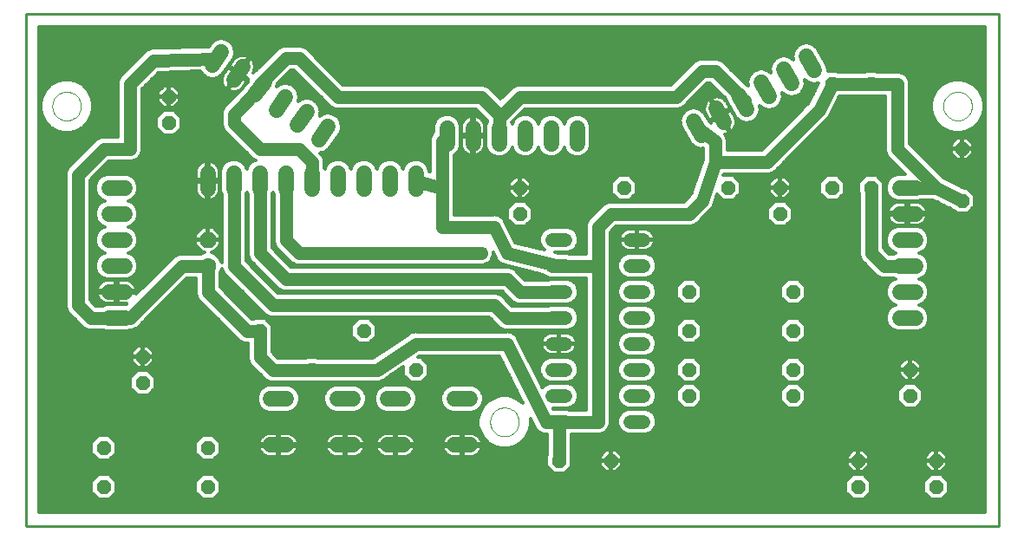
<source format=gtl>
G75*
G70*
%OFA0B0*%
%FSLAX24Y24*%
%IPPOS*%
%LPD*%
%AMOC8*
5,1,8,0,0,1.08239X$1,22.5*
%
%ADD10C,0.0100*%
%ADD11C,0.0000*%
%ADD12OC8,0.0520*%
%ADD13OC8,0.0630*%
%ADD14C,0.0630*%
%ADD15C,0.0520*%
%ADD16C,0.0600*%
%ADD17C,0.0120*%
%ADD18C,0.0500*%
%ADD19R,0.0396X0.0396*%
%ADD20C,0.0240*%
D10*
X000160Y000160D02*
X037562Y000160D01*
X037562Y019845D01*
X000160Y019845D01*
X000160Y000160D01*
D11*
X018015Y004156D02*
X018017Y004203D01*
X018023Y004249D01*
X018033Y004295D01*
X018046Y004340D01*
X018064Y004383D01*
X018085Y004425D01*
X018109Y004465D01*
X018137Y004502D01*
X018168Y004537D01*
X018202Y004570D01*
X018238Y004599D01*
X018277Y004625D01*
X018318Y004648D01*
X018361Y004667D01*
X018405Y004683D01*
X018450Y004695D01*
X018496Y004703D01*
X018543Y004707D01*
X018589Y004707D01*
X018636Y004703D01*
X018682Y004695D01*
X018727Y004683D01*
X018771Y004667D01*
X018814Y004648D01*
X018855Y004625D01*
X018894Y004599D01*
X018930Y004570D01*
X018964Y004537D01*
X018995Y004502D01*
X019023Y004465D01*
X019047Y004425D01*
X019068Y004383D01*
X019086Y004340D01*
X019099Y004295D01*
X019109Y004249D01*
X019115Y004203D01*
X019117Y004156D01*
X019115Y004109D01*
X019109Y004063D01*
X019099Y004017D01*
X019086Y003972D01*
X019068Y003929D01*
X019047Y003887D01*
X019023Y003847D01*
X018995Y003810D01*
X018964Y003775D01*
X018930Y003742D01*
X018894Y003713D01*
X018855Y003687D01*
X018814Y003664D01*
X018771Y003645D01*
X018727Y003629D01*
X018682Y003617D01*
X018636Y003609D01*
X018589Y003605D01*
X018543Y003605D01*
X018496Y003609D01*
X018450Y003617D01*
X018405Y003629D01*
X018361Y003645D01*
X018318Y003664D01*
X018277Y003687D01*
X018238Y003713D01*
X018202Y003742D01*
X018168Y003775D01*
X018137Y003810D01*
X018109Y003847D01*
X018085Y003887D01*
X018064Y003929D01*
X018046Y003972D01*
X018033Y004017D01*
X018023Y004063D01*
X018017Y004109D01*
X018015Y004156D01*
X001184Y016302D02*
X001186Y016349D01*
X001192Y016395D01*
X001202Y016441D01*
X001215Y016486D01*
X001233Y016529D01*
X001254Y016571D01*
X001278Y016611D01*
X001306Y016648D01*
X001337Y016683D01*
X001371Y016716D01*
X001407Y016745D01*
X001446Y016771D01*
X001487Y016794D01*
X001530Y016813D01*
X001574Y016829D01*
X001619Y016841D01*
X001665Y016849D01*
X001712Y016853D01*
X001758Y016853D01*
X001805Y016849D01*
X001851Y016841D01*
X001896Y016829D01*
X001940Y016813D01*
X001983Y016794D01*
X002024Y016771D01*
X002063Y016745D01*
X002099Y016716D01*
X002133Y016683D01*
X002164Y016648D01*
X002192Y016611D01*
X002216Y016571D01*
X002237Y016529D01*
X002255Y016486D01*
X002268Y016441D01*
X002278Y016395D01*
X002284Y016349D01*
X002286Y016302D01*
X002284Y016255D01*
X002278Y016209D01*
X002268Y016163D01*
X002255Y016118D01*
X002237Y016075D01*
X002216Y016033D01*
X002192Y015993D01*
X002164Y015956D01*
X002133Y015921D01*
X002099Y015888D01*
X002063Y015859D01*
X002024Y015833D01*
X001983Y015810D01*
X001940Y015791D01*
X001896Y015775D01*
X001851Y015763D01*
X001805Y015755D01*
X001758Y015751D01*
X001712Y015751D01*
X001665Y015755D01*
X001619Y015763D01*
X001574Y015775D01*
X001530Y015791D01*
X001487Y015810D01*
X001446Y015833D01*
X001407Y015859D01*
X001371Y015888D01*
X001337Y015921D01*
X001306Y015956D01*
X001278Y015993D01*
X001254Y016033D01*
X001233Y016075D01*
X001215Y016118D01*
X001202Y016163D01*
X001192Y016209D01*
X001186Y016255D01*
X001184Y016302D01*
X035436Y016302D02*
X035438Y016349D01*
X035444Y016395D01*
X035454Y016441D01*
X035467Y016486D01*
X035485Y016529D01*
X035506Y016571D01*
X035530Y016611D01*
X035558Y016648D01*
X035589Y016683D01*
X035623Y016716D01*
X035659Y016745D01*
X035698Y016771D01*
X035739Y016794D01*
X035782Y016813D01*
X035826Y016829D01*
X035871Y016841D01*
X035917Y016849D01*
X035964Y016853D01*
X036010Y016853D01*
X036057Y016849D01*
X036103Y016841D01*
X036148Y016829D01*
X036192Y016813D01*
X036235Y016794D01*
X036276Y016771D01*
X036315Y016745D01*
X036351Y016716D01*
X036385Y016683D01*
X036416Y016648D01*
X036444Y016611D01*
X036468Y016571D01*
X036489Y016529D01*
X036507Y016486D01*
X036520Y016441D01*
X036530Y016395D01*
X036536Y016349D01*
X036538Y016302D01*
X036536Y016255D01*
X036530Y016209D01*
X036520Y016163D01*
X036507Y016118D01*
X036489Y016075D01*
X036468Y016033D01*
X036444Y015993D01*
X036416Y015956D01*
X036385Y015921D01*
X036351Y015888D01*
X036315Y015859D01*
X036276Y015833D01*
X036235Y015810D01*
X036192Y015791D01*
X036148Y015775D01*
X036103Y015763D01*
X036057Y015755D01*
X036010Y015751D01*
X035964Y015751D01*
X035917Y015755D01*
X035871Y015763D01*
X035826Y015775D01*
X035782Y015791D01*
X035739Y015810D01*
X035698Y015833D01*
X035659Y015859D01*
X035623Y015888D01*
X035589Y015921D01*
X035558Y015956D01*
X035530Y015993D01*
X035506Y016033D01*
X035485Y016075D01*
X035467Y016118D01*
X035454Y016163D01*
X035444Y016209D01*
X035438Y016255D01*
X035436Y016302D01*
D12*
X032660Y017160D03*
X031160Y017160D03*
X036160Y014660D03*
X032660Y013160D03*
X031160Y013160D03*
X029160Y013160D03*
X029160Y012160D03*
X027160Y013160D03*
X023160Y013160D03*
X019160Y013160D03*
X019160Y012160D03*
X025660Y009160D03*
X025660Y007660D03*
X025660Y006160D03*
X025660Y005160D03*
X029660Y005160D03*
X029660Y006160D03*
X029660Y007660D03*
X029660Y009160D03*
X034160Y006160D03*
X034160Y005160D03*
X035160Y002660D03*
X035160Y001660D03*
X032160Y001660D03*
X032160Y002660D03*
X022660Y002660D03*
X020660Y002660D03*
X015160Y006160D03*
X013160Y007660D03*
X011160Y006160D03*
X009160Y007660D03*
X004660Y006660D03*
X004660Y005660D03*
X003160Y003160D03*
X003160Y001660D03*
X007160Y001660D03*
X007160Y003160D03*
X005660Y015660D03*
X005660Y016660D03*
X036160Y012660D03*
D13*
X007160Y011160D03*
D14*
X007160Y010160D03*
D15*
X020400Y010160D02*
X020920Y010160D01*
X020920Y009160D02*
X020400Y009160D01*
X020400Y008160D02*
X020920Y008160D01*
X020920Y007160D02*
X020400Y007160D01*
X020400Y006160D02*
X020920Y006160D01*
X020920Y005160D02*
X020400Y005160D01*
X020400Y004160D02*
X020920Y004160D01*
X023400Y004160D02*
X023920Y004160D01*
X023920Y005160D02*
X023400Y005160D01*
X023400Y006160D02*
X023920Y006160D01*
X023920Y007160D02*
X023400Y007160D01*
X023400Y008160D02*
X023920Y008160D01*
X023920Y009160D02*
X023400Y009160D01*
X023400Y010160D02*
X023920Y010160D01*
X023920Y011160D02*
X023400Y011160D01*
X020920Y011160D02*
X020400Y011160D01*
D16*
X015160Y013128D02*
X015160Y013728D01*
X014160Y013728D02*
X014160Y013128D01*
X013160Y013128D02*
X013160Y013728D01*
X012160Y013728D02*
X012160Y013128D01*
X011160Y013128D02*
X011160Y013728D01*
X010160Y013728D02*
X010160Y013128D01*
X009160Y013128D02*
X009160Y013728D01*
X008160Y013728D02*
X008160Y013128D01*
X007160Y013128D02*
X007160Y013728D01*
X003960Y013160D02*
X003360Y013160D01*
X003360Y012160D02*
X003960Y012160D01*
X003960Y011160D02*
X003360Y011160D01*
X003360Y010160D02*
X003960Y010160D01*
X003960Y009160D02*
X003360Y009160D01*
X003360Y008160D02*
X003960Y008160D01*
X009580Y005050D02*
X010180Y005050D01*
X012140Y005050D02*
X012740Y005050D01*
X014080Y005050D02*
X014680Y005050D01*
X016640Y005050D02*
X017240Y005050D01*
X017240Y003270D02*
X016640Y003270D01*
X014680Y003270D02*
X014080Y003270D01*
X012740Y003270D02*
X012140Y003270D01*
X010180Y003270D02*
X009580Y003270D01*
X016361Y014860D02*
X016361Y015460D01*
X017361Y015460D02*
X017361Y014860D01*
X018361Y014860D02*
X018361Y015460D01*
X019361Y015460D02*
X019361Y014860D01*
X020361Y014860D02*
X020361Y015460D01*
X021361Y015460D02*
X021361Y014860D01*
X025845Y015705D02*
X026145Y015186D01*
X027011Y015686D02*
X026711Y016205D01*
X027577Y016705D02*
X027877Y016186D01*
X028743Y016686D02*
X028443Y017205D01*
X029309Y017705D02*
X029609Y017186D01*
X030475Y017686D02*
X030175Y018205D01*
X033762Y013160D02*
X034362Y013160D01*
X034362Y012160D02*
X033762Y012160D01*
X033762Y011160D02*
X034362Y011160D01*
X034362Y010160D02*
X033762Y010160D01*
X033762Y009160D02*
X034362Y009160D01*
X034362Y008160D02*
X033762Y008160D01*
X011782Y015507D02*
X011437Y015016D01*
X010618Y015589D02*
X010962Y016081D01*
X010143Y016654D02*
X009799Y016163D01*
X008980Y016736D02*
X009324Y017228D01*
X008505Y017802D02*
X008161Y017310D01*
X007342Y017884D02*
X007686Y018375D01*
D17*
X008095Y018054D02*
X008120Y018054D01*
X008149Y018095D02*
X007979Y017852D01*
X008323Y017612D01*
X008736Y018201D01*
X008674Y018231D01*
X008605Y018252D01*
X008533Y018262D01*
X008461Y018261D01*
X008389Y018248D01*
X008321Y018225D01*
X008257Y018191D01*
X008199Y018147D01*
X008149Y018095D01*
X008171Y018162D02*
X008216Y018364D01*
X008180Y018567D01*
X008069Y018742D01*
X007899Y018860D01*
X007697Y018905D01*
X007494Y018869D01*
X007319Y018758D01*
X007202Y018591D01*
X005057Y018533D01*
X004970Y018533D01*
X004964Y018531D01*
X004957Y018531D01*
X004877Y018495D01*
X004797Y018462D01*
X004792Y018457D01*
X004786Y018454D01*
X004726Y018391D01*
X003894Y017558D01*
X003762Y017426D01*
X003690Y017253D01*
X003690Y015130D01*
X003067Y015130D01*
X002894Y015058D01*
X001894Y014058D01*
X001762Y013926D01*
X001690Y013753D01*
X001690Y008567D01*
X001762Y008394D01*
X002262Y007894D01*
X002394Y007762D01*
X002567Y007690D01*
X003136Y007690D01*
X003257Y007640D01*
X004063Y007640D01*
X004184Y007690D01*
X004253Y007690D01*
X004426Y007762D01*
X006355Y009690D01*
X006690Y009690D01*
X006690Y009067D01*
X006762Y008894D01*
X008262Y007394D01*
X008394Y007262D01*
X008567Y007190D01*
X008690Y007190D01*
X008690Y006567D01*
X008762Y006394D01*
X009262Y005894D01*
X009394Y005762D01*
X009567Y005690D01*
X010951Y005690D01*
X010961Y005680D01*
X011359Y005680D01*
X011369Y005690D01*
X013613Y005690D01*
X013659Y005681D01*
X013706Y005690D01*
X013753Y005690D01*
X013797Y005708D01*
X013843Y005717D01*
X013882Y005743D01*
X013926Y005762D01*
X013959Y005795D01*
X014680Y006275D01*
X014680Y005961D01*
X014961Y005680D01*
X015359Y005680D01*
X015640Y005961D01*
X015640Y006359D01*
X015359Y006640D01*
X015227Y006640D01*
X015302Y006690D01*
X018370Y006690D01*
X019277Y004874D01*
X019186Y004965D01*
X018956Y005098D01*
X018699Y005167D01*
X018432Y005167D01*
X018175Y005098D01*
X017945Y004965D01*
X017756Y004777D01*
X017623Y004546D01*
X017554Y004289D01*
X017554Y004023D01*
X017623Y003766D01*
X017756Y003535D01*
X017945Y003347D01*
X018175Y003214D01*
X018432Y003145D01*
X018699Y003145D01*
X018956Y003214D01*
X019186Y003347D01*
X019375Y003535D01*
X019508Y003766D01*
X019577Y004023D01*
X019577Y004276D01*
X019732Y003965D01*
X019762Y003894D01*
X019774Y003882D01*
X019781Y003866D01*
X019839Y003816D01*
X019894Y003762D01*
X019910Y003755D01*
X019923Y003744D01*
X019996Y003719D01*
X020067Y003690D01*
X020084Y003690D01*
X020100Y003685D01*
X020177Y003690D01*
X020190Y003690D01*
X020190Y002869D01*
X020180Y002859D01*
X020180Y002461D01*
X020461Y002180D01*
X020859Y002180D01*
X021140Y002461D01*
X021140Y002859D01*
X021130Y002869D01*
X021130Y003690D01*
X022253Y003690D01*
X022426Y003762D01*
X022558Y003894D01*
X022630Y004067D01*
X022630Y011465D01*
X022855Y011690D01*
X025753Y011690D01*
X025926Y011762D01*
X026058Y011894D01*
X026438Y012274D01*
X026454Y012281D01*
X026504Y012339D01*
X026558Y012394D01*
X026565Y012410D01*
X026576Y012423D01*
X026601Y012496D01*
X026630Y012567D01*
X026630Y012584D01*
X026737Y012904D01*
X026961Y012680D01*
X027359Y012680D01*
X027640Y012961D01*
X027640Y013359D01*
X027359Y013640D01*
X026982Y013640D01*
X026999Y013690D01*
X028753Y013690D01*
X028926Y013762D01*
X029058Y013894D01*
X030981Y015816D01*
X031039Y015866D01*
X031046Y015882D01*
X031058Y015894D01*
X031088Y015965D01*
X031450Y016690D01*
X032451Y016690D01*
X032461Y016680D01*
X032859Y016680D01*
X032869Y016690D01*
X033190Y016690D01*
X033190Y014567D01*
X033262Y014394D01*
X033394Y014262D01*
X033975Y013680D01*
X033658Y013680D01*
X033467Y013601D01*
X033321Y013455D01*
X033242Y013263D01*
X033242Y013057D01*
X033321Y012865D01*
X033467Y012719D01*
X033658Y012640D01*
X034465Y012640D01*
X034586Y012690D01*
X035049Y012690D01*
X035853Y012288D01*
X035961Y012180D01*
X036359Y012180D01*
X036640Y012461D01*
X036640Y012859D01*
X036359Y013140D01*
X036251Y013140D01*
X035438Y013546D01*
X034130Y014855D01*
X034130Y017253D01*
X034058Y017426D01*
X033926Y017558D01*
X033753Y017630D01*
X032869Y017630D01*
X032859Y017640D01*
X032461Y017640D01*
X032451Y017630D01*
X031369Y017630D01*
X031359Y017640D01*
X031001Y017640D01*
X031004Y017651D01*
X030977Y017856D01*
X030574Y018555D01*
X030410Y018681D01*
X030210Y018734D01*
X030005Y018707D01*
X029825Y018604D01*
X029700Y018440D01*
X029646Y018240D01*
X029666Y018087D01*
X029544Y018181D01*
X029344Y018234D01*
X029139Y018207D01*
X028959Y018104D01*
X028834Y017940D01*
X028780Y017740D01*
X028800Y017587D01*
X028678Y017681D01*
X028478Y017734D01*
X028273Y017707D01*
X028093Y017604D01*
X027968Y017440D01*
X027914Y017240D01*
X027934Y017087D01*
X027811Y017181D01*
X027801Y017184D01*
X026926Y018058D01*
X026753Y018130D01*
X026067Y018130D01*
X025894Y018058D01*
X025762Y017926D01*
X024965Y017130D01*
X019067Y017130D01*
X018894Y017058D01*
X018762Y016926D01*
X018410Y016575D01*
X018058Y016926D01*
X017926Y017058D01*
X017753Y017130D01*
X012355Y017130D01*
X011058Y018426D01*
X010926Y018558D01*
X010753Y018630D01*
X010067Y018630D01*
X009894Y018558D01*
X008902Y017567D01*
X008902Y017567D01*
X008934Y017632D01*
X008955Y017702D01*
X008965Y017773D01*
X008964Y017846D01*
X008952Y017917D01*
X008928Y017986D01*
X008894Y018049D01*
X008851Y018107D01*
X008801Y018155D01*
X008389Y017566D01*
X008323Y017612D01*
X008277Y017546D01*
X007933Y017787D01*
X007763Y017544D01*
X007731Y017479D01*
X007710Y017410D01*
X007700Y017338D01*
X007701Y017266D01*
X007714Y017195D01*
X007738Y017126D01*
X007772Y017062D01*
X007815Y017004D01*
X007865Y016957D01*
X008277Y017546D01*
X008343Y017500D01*
X008389Y017566D01*
X008722Y017332D01*
X008690Y017253D01*
X008690Y017229D01*
X008587Y017082D01*
X007762Y016256D01*
X007690Y016084D01*
X007690Y015897D01*
X007690Y015567D01*
X007762Y015394D01*
X007894Y015262D01*
X008894Y014262D01*
X004426Y014262D01*
X004558Y014394D01*
X004630Y014567D01*
X004630Y016965D01*
X005263Y017598D01*
X006879Y017642D01*
X006959Y017517D01*
X007128Y017398D01*
X007330Y017354D01*
X007534Y017389D01*
X007708Y017501D01*
X008171Y018162D01*
X008173Y018172D02*
X008232Y018172D01*
X008200Y018291D02*
X009626Y018291D01*
X009744Y018409D02*
X008208Y018409D01*
X008187Y018528D02*
X009863Y018528D01*
X009507Y018172D02*
X008716Y018172D01*
X008730Y018054D02*
X008633Y018054D01*
X008647Y017935D02*
X008550Y017935D01*
X008564Y017817D02*
X008467Y017817D01*
X008481Y017698D02*
X008384Y017698D01*
X008369Y017580D02*
X008398Y017580D01*
X008343Y017500D02*
X008687Y017259D01*
X008517Y017017D01*
X008467Y016964D01*
X008409Y016921D01*
X008345Y016887D01*
X008276Y016863D01*
X008205Y016851D01*
X008133Y016849D01*
X008061Y016860D01*
X007992Y016881D01*
X007930Y016911D01*
X008343Y017500D01*
X008315Y017461D02*
X008218Y017461D01*
X008229Y017580D02*
X008301Y017580D01*
X008398Y017461D02*
X008538Y017461D01*
X008568Y017343D02*
X008707Y017343D01*
X008687Y017224D02*
X008662Y017224D01*
X008604Y017106D02*
X008579Y017106D01*
X008492Y016987D02*
X008488Y016987D01*
X008374Y016869D02*
X008291Y016869D01*
X008255Y016750D02*
X006080Y016750D01*
X006080Y016680D02*
X006080Y016834D01*
X005834Y017080D01*
X005680Y017080D01*
X005680Y016680D01*
X005640Y016680D01*
X005640Y017080D01*
X005486Y017080D01*
X005240Y016834D01*
X005240Y016680D01*
X005640Y016680D01*
X005640Y016640D01*
X005240Y016640D01*
X005240Y016486D01*
X005486Y016240D01*
X005640Y016240D01*
X005640Y016640D01*
X005680Y016640D01*
X005680Y016680D01*
X006080Y016680D01*
X006080Y016640D02*
X005680Y016640D01*
X005680Y016240D01*
X005834Y016240D01*
X006080Y016486D01*
X006080Y016640D01*
X006080Y016632D02*
X008137Y016632D01*
X008018Y016513D02*
X006080Y016513D01*
X005989Y016395D02*
X007900Y016395D01*
X007781Y016276D02*
X005870Y016276D01*
X005859Y016140D02*
X005461Y016140D01*
X005180Y015859D01*
X005180Y015461D01*
X005461Y015180D01*
X005859Y015180D01*
X006140Y015461D01*
X006140Y015859D01*
X005859Y016140D01*
X005960Y016039D02*
X007690Y016039D01*
X007690Y015921D02*
X006078Y015921D01*
X006140Y015802D02*
X007690Y015802D01*
X007690Y015684D02*
X006140Y015684D01*
X006140Y015565D02*
X007691Y015565D01*
X007740Y015447D02*
X006125Y015447D01*
X006007Y015328D02*
X007827Y015328D01*
X007946Y015210D02*
X005888Y015210D01*
X005432Y015210D02*
X004630Y015210D01*
X004630Y015328D02*
X005313Y015328D01*
X005195Y015447D02*
X004630Y015447D01*
X004630Y015565D02*
X005180Y015565D01*
X005180Y015684D02*
X004630Y015684D01*
X004630Y015802D02*
X005180Y015802D01*
X005242Y015921D02*
X004630Y015921D01*
X004630Y016039D02*
X005360Y016039D01*
X005450Y016276D02*
X004630Y016276D01*
X004630Y016158D02*
X007721Y016158D01*
X008032Y016869D02*
X006045Y016869D01*
X005927Y016987D02*
X007833Y016987D01*
X007886Y016987D02*
X007983Y016987D01*
X007969Y017106D02*
X008066Y017106D01*
X008052Y017224D02*
X008149Y017224D01*
X008135Y017343D02*
X008232Y017343D01*
X007788Y017580D02*
X007763Y017580D01*
X007726Y017461D02*
X007646Y017461D01*
X007701Y017343D02*
X005007Y017343D01*
X005126Y017461D02*
X007039Y017461D01*
X006919Y017580D02*
X005244Y017580D01*
X004889Y017224D02*
X007709Y017224D01*
X007749Y017106D02*
X004770Y017106D01*
X004652Y016987D02*
X005393Y016987D01*
X005275Y016869D02*
X004630Y016869D01*
X004630Y016750D02*
X005240Y016750D01*
X005240Y016632D02*
X004630Y016632D01*
X004630Y016513D02*
X005240Y016513D01*
X005331Y016395D02*
X004630Y016395D01*
X005640Y016395D02*
X005680Y016395D01*
X005680Y016513D02*
X005640Y016513D01*
X005640Y016632D02*
X005680Y016632D01*
X005680Y016750D02*
X005640Y016750D01*
X005640Y016869D02*
X005680Y016869D01*
X005680Y016987D02*
X005640Y016987D01*
X005640Y016276D02*
X005680Y016276D01*
X004630Y015091D02*
X008064Y015091D01*
X008183Y014973D02*
X004630Y014973D01*
X004630Y014854D02*
X008301Y014854D01*
X008420Y014736D02*
X004630Y014736D01*
X004630Y014617D02*
X008538Y014617D01*
X008657Y014499D02*
X004602Y014499D01*
X004545Y014380D02*
X008775Y014380D01*
X008894Y014262D02*
X008992Y014221D01*
X008865Y014169D01*
X008719Y014022D01*
X008660Y013879D01*
X008601Y014022D01*
X008455Y014169D01*
X008263Y014248D01*
X008057Y014248D01*
X007865Y014169D01*
X007719Y014022D01*
X007640Y013831D01*
X007640Y013024D01*
X007690Y012904D01*
X007690Y010278D01*
X007614Y010463D01*
X007463Y010614D01*
X007291Y010685D01*
X007357Y010685D01*
X007635Y010963D01*
X007635Y011140D01*
X007180Y011140D01*
X007180Y011180D01*
X007140Y011180D01*
X007140Y011635D01*
X006963Y011635D01*
X006685Y011357D01*
X006685Y011180D01*
X007140Y011180D01*
X007140Y011140D01*
X006685Y011140D01*
X006685Y010963D01*
X006963Y010685D01*
X007029Y010685D01*
X006897Y010630D01*
X006067Y010630D01*
X005894Y010558D01*
X005762Y010426D01*
X004413Y009077D01*
X004419Y009120D01*
X003700Y009120D01*
X003700Y009200D01*
X003620Y009200D01*
X003620Y009620D01*
X003324Y009620D01*
X003252Y009609D01*
X003183Y009586D01*
X003119Y009553D01*
X003060Y009511D01*
X003009Y009460D01*
X002967Y009401D01*
X002934Y009337D01*
X002911Y009268D01*
X002901Y009200D01*
X003620Y009200D01*
X003620Y009120D01*
X003700Y009120D01*
X003700Y008700D01*
X003996Y008700D01*
X004043Y008707D01*
X004015Y008680D01*
X003257Y008680D01*
X003136Y008630D01*
X002855Y008630D01*
X002630Y008855D01*
X002630Y013465D01*
X003355Y014190D01*
X004253Y014190D01*
X004426Y014262D01*
X004090Y013669D02*
X006700Y013669D01*
X006700Y013764D02*
X006700Y013468D01*
X007120Y013468D01*
X007120Y014187D01*
X007052Y014176D01*
X006983Y014154D01*
X006919Y014121D01*
X006860Y014079D01*
X006809Y014027D01*
X006767Y013969D01*
X006734Y013904D01*
X006711Y013835D01*
X006700Y013764D01*
X006704Y013788D02*
X002952Y013788D01*
X003071Y013906D02*
X006735Y013906D01*
X006807Y014025D02*
X003189Y014025D01*
X003308Y014143D02*
X006962Y014143D01*
X007120Y014143D02*
X007200Y014143D01*
X007200Y014187D02*
X007200Y013468D01*
X007120Y013468D01*
X007120Y013388D01*
X006700Y013388D01*
X006700Y013092D01*
X006711Y013020D01*
X006734Y012951D01*
X006767Y012887D01*
X006809Y012828D01*
X006860Y012777D01*
X006919Y012734D01*
X006983Y012701D01*
X007052Y012679D01*
X007120Y012668D01*
X007120Y013388D01*
X007200Y013388D01*
X007200Y013468D01*
X007620Y013468D01*
X007620Y013764D01*
X007609Y013835D01*
X007586Y013904D01*
X007553Y013969D01*
X007511Y014027D01*
X007460Y014079D01*
X007401Y014121D01*
X007337Y014154D01*
X007268Y014176D01*
X007200Y014187D01*
X007200Y014025D02*
X007120Y014025D01*
X007120Y013906D02*
X007200Y013906D01*
X007200Y013788D02*
X007120Y013788D01*
X007120Y013669D02*
X007200Y013669D01*
X007200Y013551D02*
X007120Y013551D01*
X007120Y013432D02*
X004410Y013432D01*
X004401Y013455D02*
X004255Y013601D01*
X004063Y013680D01*
X003257Y013680D01*
X003065Y013601D01*
X002919Y013455D01*
X002840Y013263D01*
X002840Y013057D01*
X002919Y012865D01*
X003065Y012719D01*
X003208Y012660D01*
X003065Y012601D01*
X002919Y012455D01*
X002840Y012263D01*
X002840Y012057D01*
X002919Y011865D01*
X003065Y011719D01*
X003208Y011660D01*
X003065Y011601D01*
X002919Y011455D01*
X002840Y011263D01*
X002840Y011057D01*
X002919Y010865D01*
X003065Y010719D01*
X003208Y010660D01*
X003065Y010601D01*
X002919Y010455D01*
X002840Y010263D01*
X002840Y010057D01*
X002919Y009865D01*
X003065Y009719D01*
X003257Y009640D01*
X004063Y009640D01*
X004255Y009719D01*
X004401Y009865D01*
X004480Y010057D01*
X004480Y010263D01*
X004401Y010455D01*
X004255Y010601D01*
X004112Y010660D01*
X004255Y010719D01*
X004401Y010865D01*
X004480Y011057D01*
X004480Y011263D01*
X004401Y011455D01*
X004255Y011601D01*
X004112Y011660D01*
X004255Y011719D01*
X004401Y011865D01*
X004480Y012057D01*
X004480Y012263D01*
X004401Y012455D01*
X004255Y012601D01*
X004112Y012660D01*
X004255Y012719D01*
X004401Y012865D01*
X004480Y013057D01*
X004480Y013263D01*
X004401Y013455D01*
X004305Y013551D02*
X006700Y013551D01*
X006700Y013314D02*
X004459Y013314D01*
X004480Y013195D02*
X006700Y013195D01*
X006702Y013077D02*
X004480Y013077D01*
X004439Y012958D02*
X006731Y012958D01*
X006801Y012840D02*
X004375Y012840D01*
X004256Y012721D02*
X006945Y012721D01*
X007120Y012721D02*
X007200Y012721D01*
X007200Y012668D02*
X007268Y012679D01*
X007337Y012701D01*
X007401Y012734D01*
X007460Y012777D01*
X007511Y012828D01*
X007553Y012887D01*
X007586Y012951D01*
X007609Y013020D01*
X007620Y013092D01*
X007620Y013388D01*
X007200Y013388D01*
X007200Y012668D01*
X007200Y012840D02*
X007120Y012840D01*
X007120Y012958D02*
X007200Y012958D01*
X007200Y013077D02*
X007120Y013077D01*
X007120Y013195D02*
X007200Y013195D01*
X007200Y013314D02*
X007120Y013314D01*
X007200Y013432D02*
X007640Y013432D01*
X007640Y013314D02*
X007620Y013314D01*
X007620Y013195D02*
X007640Y013195D01*
X007640Y013077D02*
X007618Y013077D01*
X007589Y012958D02*
X007667Y012958D01*
X007690Y012840D02*
X007519Y012840D01*
X007375Y012721D02*
X007690Y012721D01*
X007690Y012603D02*
X004250Y012603D01*
X004371Y012484D02*
X007690Y012484D01*
X007690Y012366D02*
X004438Y012366D01*
X004480Y012247D02*
X007690Y012247D01*
X007690Y012129D02*
X004480Y012129D01*
X004461Y012010D02*
X007690Y012010D01*
X007690Y011892D02*
X004412Y011892D01*
X004308Y011773D02*
X007690Y011773D01*
X007690Y011655D02*
X004125Y011655D01*
X004319Y011536D02*
X006864Y011536D01*
X006746Y011418D02*
X004416Y011418D01*
X004465Y011299D02*
X006685Y011299D01*
X006685Y011181D02*
X004480Y011181D01*
X004480Y011062D02*
X006685Y011062D01*
X006705Y010944D02*
X004433Y010944D01*
X004360Y010825D02*
X006823Y010825D01*
X006942Y010707D02*
X004224Y010707D01*
X004267Y010588D02*
X005965Y010588D01*
X005805Y010470D02*
X004386Y010470D01*
X004444Y010351D02*
X005686Y010351D01*
X005568Y010233D02*
X004480Y010233D01*
X004480Y010114D02*
X005449Y010114D01*
X005331Y009996D02*
X004455Y009996D01*
X004406Y009877D02*
X005212Y009877D01*
X005094Y009759D02*
X004294Y009759D01*
X004201Y009553D02*
X004137Y009586D01*
X004068Y009609D01*
X003996Y009620D01*
X003700Y009620D01*
X003700Y009200D01*
X004419Y009200D01*
X004409Y009268D01*
X004386Y009337D01*
X004353Y009401D01*
X004311Y009460D01*
X004260Y009511D01*
X004201Y009553D01*
X004245Y009522D02*
X004857Y009522D01*
X004975Y009640D02*
X004063Y009640D01*
X004352Y009403D02*
X004738Y009403D01*
X004620Y009285D02*
X004403Y009285D01*
X004501Y009166D02*
X003700Y009166D01*
X003620Y009166D02*
X002630Y009166D01*
X002630Y009048D02*
X002913Y009048D01*
X002911Y009052D02*
X002934Y008983D01*
X002967Y008919D01*
X003009Y008860D01*
X003060Y008809D01*
X003119Y008767D01*
X003183Y008734D01*
X003252Y008711D01*
X003324Y008700D01*
X003620Y008700D01*
X003620Y009120D01*
X002901Y009120D01*
X002911Y009052D01*
X002961Y008929D02*
X002630Y008929D01*
X002674Y008811D02*
X003059Y008811D01*
X002793Y008692D02*
X004027Y008692D01*
X003700Y008811D02*
X003620Y008811D01*
X003620Y008929D02*
X003700Y008929D01*
X003700Y009048D02*
X003620Y009048D01*
X003620Y009285D02*
X003700Y009285D01*
X003700Y009403D02*
X003620Y009403D01*
X003620Y009522D02*
X003700Y009522D01*
X003257Y009640D02*
X002630Y009640D01*
X002630Y009522D02*
X003075Y009522D01*
X002968Y009403D02*
X002630Y009403D01*
X002630Y009285D02*
X002917Y009285D01*
X003026Y009759D02*
X002630Y009759D01*
X002630Y009877D02*
X002914Y009877D01*
X002865Y009996D02*
X002630Y009996D01*
X002630Y010114D02*
X002840Y010114D01*
X002840Y010233D02*
X002630Y010233D01*
X002630Y010351D02*
X002876Y010351D01*
X002934Y010470D02*
X002630Y010470D01*
X002630Y010588D02*
X003053Y010588D01*
X003096Y010707D02*
X002630Y010707D01*
X002630Y010825D02*
X002960Y010825D01*
X002887Y010944D02*
X002630Y010944D01*
X002630Y011062D02*
X002840Y011062D01*
X002840Y011181D02*
X002630Y011181D01*
X002630Y011299D02*
X002855Y011299D01*
X002904Y011418D02*
X002630Y011418D01*
X002630Y011536D02*
X003001Y011536D01*
X003195Y011655D02*
X002630Y011655D01*
X002630Y011773D02*
X003012Y011773D01*
X002908Y011892D02*
X002630Y011892D01*
X002630Y012010D02*
X002859Y012010D01*
X002840Y012129D02*
X002630Y012129D01*
X002630Y012247D02*
X002840Y012247D01*
X002882Y012366D02*
X002630Y012366D01*
X002630Y012484D02*
X002949Y012484D01*
X003070Y012603D02*
X002630Y012603D01*
X002630Y012721D02*
X003064Y012721D01*
X002945Y012840D02*
X002630Y012840D01*
X002630Y012958D02*
X002881Y012958D01*
X002840Y013077D02*
X002630Y013077D01*
X002630Y013195D02*
X002840Y013195D01*
X002861Y013314D02*
X002630Y013314D01*
X002630Y013432D02*
X002910Y013432D01*
X003015Y013551D02*
X002715Y013551D01*
X002834Y013669D02*
X003230Y013669D01*
X002215Y014380D02*
X000670Y014380D01*
X000670Y014262D02*
X002097Y014262D01*
X001978Y014143D02*
X000670Y014143D01*
X000670Y014025D02*
X001860Y014025D01*
X001753Y013906D02*
X000670Y013906D01*
X000670Y013788D02*
X001704Y013788D01*
X001690Y013669D02*
X000670Y013669D01*
X000670Y013551D02*
X001690Y013551D01*
X001690Y013432D02*
X000670Y013432D01*
X000670Y013314D02*
X001690Y013314D01*
X001690Y013195D02*
X000670Y013195D01*
X000670Y013077D02*
X001690Y013077D01*
X001690Y012958D02*
X000670Y012958D01*
X000670Y012840D02*
X001690Y012840D01*
X001690Y012721D02*
X000670Y012721D01*
X000670Y012603D02*
X001690Y012603D01*
X001690Y012484D02*
X000670Y012484D01*
X000670Y012366D02*
X001690Y012366D01*
X001690Y012247D02*
X000670Y012247D01*
X000670Y012129D02*
X001690Y012129D01*
X001690Y012010D02*
X000670Y012010D01*
X000670Y011892D02*
X001690Y011892D01*
X001690Y011773D02*
X000670Y011773D01*
X000670Y011655D02*
X001690Y011655D01*
X001690Y011536D02*
X000670Y011536D01*
X000670Y011418D02*
X001690Y011418D01*
X001690Y011299D02*
X000670Y011299D01*
X000670Y011181D02*
X001690Y011181D01*
X001690Y011062D02*
X000670Y011062D01*
X000670Y010944D02*
X001690Y010944D01*
X001690Y010825D02*
X000670Y010825D01*
X000670Y010707D02*
X001690Y010707D01*
X001690Y010588D02*
X000670Y010588D01*
X000670Y010470D02*
X001690Y010470D01*
X001690Y010351D02*
X000670Y010351D01*
X000670Y010233D02*
X001690Y010233D01*
X001690Y010114D02*
X000670Y010114D01*
X000670Y009996D02*
X001690Y009996D01*
X001690Y009877D02*
X000670Y009877D01*
X000670Y009759D02*
X001690Y009759D01*
X001690Y009640D02*
X000670Y009640D01*
X000670Y009522D02*
X001690Y009522D01*
X001690Y009403D02*
X000670Y009403D01*
X000670Y009285D02*
X001690Y009285D01*
X001690Y009166D02*
X000670Y009166D01*
X000670Y009048D02*
X001690Y009048D01*
X001690Y008929D02*
X000670Y008929D01*
X000670Y008811D02*
X001690Y008811D01*
X001690Y008692D02*
X000670Y008692D01*
X000670Y008574D02*
X001690Y008574D01*
X001736Y008455D02*
X000670Y008455D01*
X000670Y008337D02*
X001819Y008337D01*
X001937Y008218D02*
X000670Y008218D01*
X000670Y008100D02*
X002056Y008100D01*
X002174Y007981D02*
X000670Y007981D01*
X000670Y007863D02*
X002293Y007863D01*
X002436Y007744D02*
X000670Y007744D01*
X000670Y007626D02*
X008030Y007626D01*
X007911Y007744D02*
X004384Y007744D01*
X004527Y007863D02*
X007793Y007863D01*
X007674Y007981D02*
X004646Y007981D01*
X004764Y008100D02*
X007556Y008100D01*
X007437Y008218D02*
X004883Y008218D01*
X005001Y008337D02*
X007319Y008337D01*
X007200Y008455D02*
X005120Y008455D01*
X005238Y008574D02*
X007082Y008574D01*
X006963Y008692D02*
X005357Y008692D01*
X005475Y008811D02*
X006845Y008811D01*
X006747Y008929D02*
X005594Y008929D01*
X005712Y009048D02*
X006698Y009048D01*
X006690Y009166D02*
X005831Y009166D01*
X005949Y009285D02*
X006690Y009285D01*
X006690Y009403D02*
X006068Y009403D01*
X006186Y009522D02*
X006690Y009522D01*
X006690Y009640D02*
X006305Y009640D01*
X007630Y009640D02*
X008015Y009640D01*
X007897Y009759D02*
X007630Y009759D01*
X007630Y009877D02*
X007778Y009877D01*
X007762Y009894D02*
X009262Y008394D01*
X009394Y008262D01*
X009567Y008190D01*
X017965Y008190D01*
X018262Y007894D01*
X018394Y007762D01*
X018567Y007690D01*
X020280Y007690D01*
X020305Y007680D01*
X021015Y007680D01*
X021192Y007753D01*
X021327Y007888D01*
X021400Y008065D01*
X021400Y008255D01*
X021327Y008432D01*
X021192Y008567D01*
X021015Y008640D01*
X020305Y008640D01*
X020280Y008630D01*
X018855Y008630D01*
X018558Y008926D01*
X018558Y008926D01*
X018426Y009058D01*
X018253Y009130D01*
X009855Y009130D01*
X008630Y010355D01*
X008630Y012904D01*
X008660Y012976D01*
X008690Y012904D01*
X008690Y010567D01*
X008762Y010394D01*
X009762Y009394D01*
X009894Y009262D01*
X010067Y009190D01*
X018465Y009190D01*
X018894Y008762D01*
X019067Y008690D01*
X020280Y008690D01*
X020305Y008680D01*
X021015Y008680D01*
X021192Y008753D01*
X021327Y008888D01*
X021400Y009065D01*
X021400Y009255D01*
X021327Y009432D01*
X021192Y009567D01*
X021015Y009640D01*
X020305Y009640D01*
X020280Y009630D01*
X019355Y009630D01*
X018926Y010058D01*
X018753Y010130D01*
X010355Y010130D01*
X009630Y010855D01*
X009630Y012904D01*
X009660Y012976D01*
X009690Y012904D01*
X009690Y011067D01*
X009762Y010894D01*
X010262Y010394D01*
X010394Y010262D01*
X010567Y010190D01*
X017753Y010190D01*
X017879Y010242D01*
X017949Y010242D01*
X018078Y010371D01*
X018078Y010441D01*
X018130Y010567D01*
X018130Y010669D01*
X018206Y010517D01*
X018209Y010498D01*
X018248Y010434D01*
X018281Y010366D01*
X018295Y010354D01*
X018305Y010338D01*
X018366Y010293D01*
X018423Y010244D01*
X018440Y010238D01*
X018455Y010227D01*
X018528Y010208D01*
X018600Y010185D01*
X018619Y010186D01*
X020054Y009827D01*
X020128Y009753D01*
X020305Y009680D01*
X021015Y009680D01*
X021040Y009690D01*
X021690Y009690D01*
X021690Y004630D01*
X021040Y004630D01*
X021015Y004640D01*
X020445Y004640D01*
X020425Y004680D01*
X021015Y004680D01*
X021192Y004753D01*
X021327Y004888D01*
X021400Y005065D01*
X021400Y005255D01*
X021327Y005432D01*
X021192Y005567D01*
X021015Y005640D01*
X020305Y005640D01*
X020128Y005567D01*
X020031Y005470D01*
X019088Y007355D01*
X019058Y007426D01*
X019046Y007438D01*
X019039Y007454D01*
X018981Y007504D01*
X018926Y007558D01*
X018910Y007565D01*
X018897Y007576D01*
X018824Y007601D01*
X018753Y007630D01*
X018736Y007630D01*
X018720Y007635D01*
X018643Y007630D01*
X015207Y007630D01*
X015161Y007639D01*
X015114Y007630D01*
X015067Y007630D01*
X015023Y007612D01*
X014977Y007603D01*
X014938Y007577D01*
X014894Y007558D01*
X014861Y007525D01*
X013518Y006630D01*
X011369Y006630D01*
X011359Y006640D01*
X010961Y006640D01*
X010951Y006630D01*
X009855Y006630D01*
X009630Y006855D01*
X009630Y007451D01*
X009640Y007461D01*
X009640Y007859D01*
X009359Y008140D01*
X008961Y008140D01*
X008951Y008130D01*
X008855Y008130D01*
X007630Y009355D01*
X007630Y009897D01*
X007695Y010054D01*
X007695Y010054D01*
X007762Y009894D01*
X007719Y009996D02*
X007671Y009996D01*
X007660Y010351D02*
X007690Y010351D01*
X007690Y010470D02*
X007607Y010470D01*
X007690Y010588D02*
X007489Y010588D01*
X007378Y010707D02*
X007690Y010707D01*
X007690Y010825D02*
X007497Y010825D01*
X007615Y010944D02*
X007690Y010944D01*
X007690Y011062D02*
X007635Y011062D01*
X007635Y011180D02*
X007635Y011357D01*
X007357Y011635D01*
X007180Y011635D01*
X007180Y011180D01*
X007635Y011180D01*
X007635Y011181D02*
X007690Y011181D01*
X007690Y011299D02*
X007635Y011299D01*
X007690Y011418D02*
X007574Y011418D01*
X007690Y011536D02*
X007456Y011536D01*
X007180Y011536D02*
X007140Y011536D01*
X007140Y011418D02*
X007180Y011418D01*
X007180Y011299D02*
X007140Y011299D01*
X007140Y011181D02*
X007180Y011181D01*
X008630Y011181D02*
X008690Y011181D01*
X008690Y011299D02*
X008630Y011299D01*
X008630Y011418D02*
X008690Y011418D01*
X008690Y011536D02*
X008630Y011536D01*
X008630Y011655D02*
X008690Y011655D01*
X008690Y011773D02*
X008630Y011773D01*
X008630Y011892D02*
X008690Y011892D01*
X008690Y012010D02*
X008630Y012010D01*
X008630Y012129D02*
X008690Y012129D01*
X008690Y012247D02*
X008630Y012247D01*
X008630Y012366D02*
X008690Y012366D01*
X008690Y012484D02*
X008630Y012484D01*
X008630Y012603D02*
X008690Y012603D01*
X008690Y012721D02*
X008630Y012721D01*
X008630Y012840D02*
X008690Y012840D01*
X008667Y012958D02*
X008653Y012958D01*
X009630Y012840D02*
X009690Y012840D01*
X009690Y012721D02*
X009630Y012721D01*
X009630Y012603D02*
X009690Y012603D01*
X009690Y012484D02*
X009630Y012484D01*
X009630Y012366D02*
X009690Y012366D01*
X009690Y012247D02*
X009630Y012247D01*
X009630Y012129D02*
X009690Y012129D01*
X009690Y012010D02*
X009630Y012010D01*
X009630Y011892D02*
X009690Y011892D01*
X009690Y011773D02*
X009630Y011773D01*
X009630Y011655D02*
X009690Y011655D01*
X009690Y011536D02*
X009630Y011536D01*
X009630Y011418D02*
X009690Y011418D01*
X009690Y011299D02*
X009630Y011299D01*
X009630Y011181D02*
X009690Y011181D01*
X009692Y011062D02*
X009630Y011062D01*
X009630Y010944D02*
X009741Y010944D01*
X009660Y010825D02*
X009830Y010825D01*
X009778Y010707D02*
X009949Y010707D01*
X009897Y010588D02*
X010067Y010588D01*
X010015Y010470D02*
X010186Y010470D01*
X010134Y010351D02*
X010304Y010351D01*
X010252Y010233D02*
X010464Y010233D01*
X009515Y009640D02*
X009345Y009640D01*
X009397Y009759D02*
X009226Y009759D01*
X009278Y009877D02*
X009108Y009877D01*
X009160Y009996D02*
X008989Y009996D01*
X009041Y010114D02*
X008871Y010114D01*
X008923Y010233D02*
X008752Y010233D01*
X008804Y010351D02*
X008634Y010351D01*
X008630Y010470D02*
X008730Y010470D01*
X008690Y010588D02*
X008630Y010588D01*
X008630Y010707D02*
X008690Y010707D01*
X008690Y010825D02*
X008630Y010825D01*
X008630Y010944D02*
X008690Y010944D01*
X008690Y011062D02*
X008630Y011062D01*
X008134Y009522D02*
X007630Y009522D01*
X007630Y009403D02*
X008252Y009403D01*
X008371Y009285D02*
X007700Y009285D01*
X007819Y009166D02*
X008489Y009166D01*
X008608Y009048D02*
X007937Y009048D01*
X008056Y008929D02*
X008726Y008929D01*
X008845Y008811D02*
X008174Y008811D01*
X008293Y008692D02*
X008963Y008692D01*
X009082Y008574D02*
X008411Y008574D01*
X008530Y008455D02*
X009200Y008455D01*
X009319Y008337D02*
X008648Y008337D01*
X008767Y008218D02*
X009499Y008218D01*
X009399Y008100D02*
X012921Y008100D01*
X012961Y008140D02*
X012680Y007859D01*
X012680Y007461D01*
X012961Y007180D01*
X013359Y007180D01*
X013640Y007461D01*
X013640Y007859D01*
X013359Y008140D01*
X012961Y008140D01*
X012802Y007981D02*
X009518Y007981D01*
X009636Y007863D02*
X012684Y007863D01*
X012680Y007744D02*
X009640Y007744D01*
X009640Y007626D02*
X012680Y007626D01*
X012680Y007507D02*
X009640Y007507D01*
X009630Y007389D02*
X012753Y007389D01*
X012871Y007270D02*
X009630Y007270D01*
X009630Y007152D02*
X014300Y007152D01*
X014478Y007270D02*
X013449Y007270D01*
X013567Y007389D02*
X014655Y007389D01*
X014833Y007507D02*
X013640Y007507D01*
X013640Y007626D02*
X015056Y007626D01*
X014122Y007033D02*
X009630Y007033D01*
X009630Y006915D02*
X013944Y006915D01*
X013767Y006796D02*
X009689Y006796D01*
X009807Y006678D02*
X013589Y006678D01*
X014395Y006085D02*
X014680Y006085D01*
X014680Y005967D02*
X014217Y005967D01*
X014039Y005848D02*
X014793Y005848D01*
X014912Y005730D02*
X013862Y005730D01*
X013977Y005570D02*
X013785Y005491D01*
X013639Y005345D01*
X013560Y005153D01*
X013560Y004947D01*
X013639Y004755D01*
X013785Y004609D01*
X013977Y004530D01*
X014783Y004530D01*
X014975Y004609D01*
X015121Y004755D01*
X015200Y004947D01*
X015200Y005153D01*
X015121Y005345D01*
X014975Y005491D01*
X014783Y005570D01*
X013977Y005570D01*
X013789Y005493D02*
X013031Y005493D01*
X013035Y005491D02*
X012843Y005570D01*
X012037Y005570D01*
X011845Y005491D01*
X011699Y005345D01*
X011620Y005153D01*
X011620Y004947D01*
X011699Y004755D01*
X011845Y004609D01*
X012037Y004530D01*
X012843Y004530D01*
X013035Y004609D01*
X013181Y004755D01*
X013260Y004947D01*
X013260Y005153D01*
X013181Y005345D01*
X013035Y005491D01*
X013151Y005374D02*
X013669Y005374D01*
X013602Y005256D02*
X013218Y005256D01*
X013260Y005137D02*
X013560Y005137D01*
X013560Y005019D02*
X013260Y005019D01*
X013241Y004900D02*
X013579Y004900D01*
X013628Y004782D02*
X013192Y004782D01*
X013088Y004663D02*
X013732Y004663D01*
X013942Y004545D02*
X012878Y004545D01*
X012002Y004545D02*
X010318Y004545D01*
X010283Y004530D02*
X010475Y004609D01*
X010621Y004755D01*
X010700Y004947D01*
X010700Y005153D01*
X010621Y005345D01*
X010475Y005491D01*
X010283Y005570D01*
X009477Y005570D01*
X009285Y005491D01*
X009139Y005345D01*
X009060Y005153D01*
X009060Y004947D01*
X009139Y004755D01*
X009285Y004609D01*
X009477Y004530D01*
X010283Y004530D01*
X010528Y004663D02*
X011792Y004663D01*
X011688Y004782D02*
X010632Y004782D01*
X010681Y004900D02*
X011639Y004900D01*
X011620Y005019D02*
X010700Y005019D01*
X010700Y005137D02*
X011620Y005137D01*
X011662Y005256D02*
X010658Y005256D01*
X010591Y005374D02*
X011729Y005374D01*
X011849Y005493D02*
X010471Y005493D01*
X009471Y005730D02*
X005140Y005730D01*
X005140Y005848D02*
X009307Y005848D01*
X009189Y005967D02*
X005032Y005967D01*
X005140Y005859D02*
X004859Y006140D01*
X004461Y006140D01*
X004180Y005859D01*
X004180Y005461D01*
X004461Y005180D01*
X004859Y005180D01*
X005140Y005461D01*
X005140Y005859D01*
X005140Y005611D02*
X018909Y005611D01*
X018968Y005493D02*
X017531Y005493D01*
X017535Y005491D02*
X017343Y005570D01*
X016537Y005570D01*
X016345Y005491D01*
X016199Y005345D01*
X016120Y005153D01*
X016120Y004947D01*
X016199Y004755D01*
X016345Y004609D01*
X016537Y004530D01*
X017343Y004530D01*
X017535Y004609D01*
X017681Y004755D01*
X017760Y004947D01*
X017760Y005153D01*
X017681Y005345D01*
X017535Y005491D01*
X017651Y005374D02*
X019028Y005374D01*
X019087Y005256D02*
X017718Y005256D01*
X017760Y005137D02*
X018320Y005137D01*
X018037Y005019D02*
X017760Y005019D01*
X017741Y004900D02*
X017879Y004900D01*
X017761Y004782D02*
X017692Y004782D01*
X017691Y004663D02*
X017588Y004663D01*
X017623Y004545D02*
X017378Y004545D01*
X017591Y004426D02*
X000670Y004426D01*
X000670Y004308D02*
X017559Y004308D01*
X017554Y004189D02*
X000670Y004189D01*
X000670Y004071D02*
X017554Y004071D01*
X017573Y003952D02*
X000670Y003952D01*
X000670Y003834D02*
X017605Y003834D01*
X017653Y003715D02*
X017359Y003715D01*
X017348Y003719D02*
X017276Y003730D01*
X016980Y003730D01*
X016980Y003310D01*
X016900Y003310D01*
X016900Y003730D01*
X016604Y003730D01*
X016532Y003719D01*
X016463Y003696D01*
X016399Y003663D01*
X016340Y003621D01*
X016289Y003570D01*
X016247Y003511D01*
X016214Y003447D01*
X016191Y003378D01*
X016181Y003310D01*
X016900Y003310D01*
X016900Y003230D01*
X016980Y003230D01*
X016980Y003310D01*
X017699Y003310D01*
X017689Y003378D01*
X017666Y003447D01*
X017633Y003511D01*
X017591Y003570D01*
X017540Y003621D01*
X017481Y003663D01*
X017417Y003696D01*
X017348Y003719D01*
X017564Y003597D02*
X017721Y003597D01*
X017650Y003478D02*
X017814Y003478D01*
X017932Y003360D02*
X017692Y003360D01*
X017699Y003230D02*
X016980Y003230D01*
X016980Y002810D01*
X017276Y002810D01*
X017348Y002821D01*
X017417Y002844D01*
X017481Y002877D01*
X017540Y002919D01*
X017591Y002970D01*
X017633Y003029D01*
X017666Y003093D01*
X017689Y003162D01*
X017699Y003230D01*
X017676Y003123D02*
X020190Y003123D01*
X020190Y003241D02*
X019003Y003241D01*
X019199Y003360D02*
X020190Y003360D01*
X020190Y003478D02*
X019317Y003478D01*
X019410Y003597D02*
X020190Y003597D01*
X020006Y003715D02*
X019478Y003715D01*
X019526Y003834D02*
X019819Y003834D01*
X019737Y003952D02*
X019558Y003952D01*
X019577Y004071D02*
X019679Y004071D01*
X019620Y004189D02*
X019577Y004189D01*
X020434Y004663D02*
X021690Y004663D01*
X021690Y004782D02*
X021220Y004782D01*
X021332Y004900D02*
X021690Y004900D01*
X021690Y005019D02*
X021381Y005019D01*
X021400Y005137D02*
X021690Y005137D01*
X021690Y005256D02*
X021400Y005256D01*
X021351Y005374D02*
X021690Y005374D01*
X021690Y005493D02*
X021266Y005493D01*
X021085Y005611D02*
X021690Y005611D01*
X021690Y005730D02*
X021135Y005730D01*
X021192Y005753D02*
X021015Y005680D01*
X020305Y005680D01*
X020128Y005753D01*
X019993Y005888D01*
X019920Y006065D01*
X019920Y006255D01*
X019993Y006432D01*
X020128Y006567D01*
X020305Y006640D01*
X021015Y006640D01*
X021192Y006567D01*
X021327Y006432D01*
X021400Y006255D01*
X021400Y006065D01*
X021327Y005888D01*
X021192Y005753D01*
X021287Y005848D02*
X021690Y005848D01*
X021690Y005967D02*
X021359Y005967D01*
X021400Y006085D02*
X021690Y006085D01*
X021690Y006204D02*
X021400Y006204D01*
X021372Y006322D02*
X021690Y006322D01*
X021690Y006441D02*
X021318Y006441D01*
X021200Y006559D02*
X021690Y006559D01*
X021690Y006678D02*
X019427Y006678D01*
X019367Y006796D02*
X020189Y006796D01*
X020180Y006801D02*
X020239Y006771D01*
X020302Y006750D01*
X020367Y006740D01*
X020640Y006740D01*
X020640Y007140D01*
X020680Y007140D01*
X020680Y007180D01*
X020640Y007180D01*
X020640Y007580D01*
X020367Y007580D01*
X020302Y007570D01*
X020239Y007549D01*
X020180Y007519D01*
X020126Y007480D01*
X020080Y007434D01*
X020041Y007380D01*
X020011Y007321D01*
X019990Y007258D01*
X019980Y007193D01*
X019980Y007180D01*
X020640Y007180D01*
X020640Y007140D01*
X019980Y007140D01*
X019980Y007127D01*
X019990Y007062D01*
X020011Y006999D01*
X020041Y006940D01*
X020080Y006886D01*
X020126Y006840D01*
X020180Y006801D01*
X020059Y006915D02*
X019308Y006915D01*
X019249Y007033D02*
X020000Y007033D01*
X019994Y007270D02*
X019130Y007270D01*
X019074Y007389D02*
X020047Y007389D01*
X020163Y007507D02*
X018978Y007507D01*
X018764Y007626D02*
X021690Y007626D01*
X021690Y007744D02*
X021170Y007744D01*
X021301Y007863D02*
X021690Y007863D01*
X021690Y007981D02*
X021365Y007981D01*
X021400Y008100D02*
X021690Y008100D01*
X021690Y008218D02*
X021400Y008218D01*
X021366Y008337D02*
X021690Y008337D01*
X021690Y008455D02*
X021304Y008455D01*
X021176Y008574D02*
X021690Y008574D01*
X021690Y008692D02*
X021044Y008692D01*
X021249Y008811D02*
X021690Y008811D01*
X021690Y008929D02*
X021344Y008929D01*
X021393Y009048D02*
X021690Y009048D01*
X021690Y009166D02*
X021400Y009166D01*
X021388Y009285D02*
X021690Y009285D01*
X021690Y009403D02*
X021339Y009403D01*
X021237Y009522D02*
X021690Y009522D01*
X021690Y009640D02*
X019345Y009640D01*
X019226Y009759D02*
X020123Y009759D01*
X019854Y009877D02*
X019108Y009877D01*
X018989Y009996D02*
X019380Y009996D01*
X018906Y010114D02*
X018792Y010114D01*
X018447Y010233D02*
X017856Y010233D01*
X018058Y010351D02*
X018297Y010351D01*
X018226Y010470D02*
X018090Y010470D01*
X018130Y010588D02*
X018171Y010588D01*
X018984Y011064D02*
X018588Y011855D01*
X018558Y011926D01*
X018546Y011938D01*
X018539Y011954D01*
X018481Y012004D01*
X018426Y012058D01*
X018410Y012065D01*
X018397Y012076D01*
X018324Y012101D01*
X018253Y012130D01*
X018236Y012130D01*
X018220Y012135D01*
X018143Y012130D01*
X016630Y012130D01*
X016630Y013098D01*
X016638Y013129D01*
X016630Y013191D01*
X016630Y014409D01*
X016655Y014419D01*
X016802Y014565D01*
X016881Y014757D01*
X016881Y015563D01*
X016802Y015755D01*
X016655Y015901D01*
X016464Y015980D01*
X016257Y015980D01*
X016066Y015901D01*
X015920Y015755D01*
X015841Y015563D01*
X015841Y015305D01*
X015762Y015225D01*
X015690Y015053D01*
X015690Y013772D01*
X015680Y013775D01*
X015680Y013831D01*
X015601Y014022D01*
X015455Y014169D01*
X015263Y014248D01*
X015057Y014248D01*
X014865Y014169D01*
X014719Y014022D01*
X014660Y013879D01*
X014601Y014022D01*
X014455Y014169D01*
X014263Y014248D01*
X014057Y014248D01*
X013865Y014169D01*
X013719Y014022D01*
X013660Y013879D01*
X013601Y014022D01*
X013455Y014169D01*
X013263Y014248D01*
X013057Y014248D01*
X012865Y014169D01*
X012719Y014022D01*
X012660Y013879D01*
X012601Y014022D01*
X012455Y014169D01*
X012263Y014248D01*
X012057Y014248D01*
X011865Y014169D01*
X011719Y014022D01*
X011660Y013879D01*
X011630Y013952D01*
X011630Y014253D01*
X011558Y014426D01*
X011488Y014497D01*
X011630Y014522D01*
X011804Y014633D01*
X012267Y015294D01*
X012312Y015496D01*
X012276Y015699D01*
X012165Y015874D01*
X011995Y015993D01*
X011793Y016037D01*
X011589Y016001D01*
X011459Y015918D01*
X011492Y016069D01*
X011457Y016273D01*
X011345Y016447D01*
X011176Y016566D01*
X010974Y016611D01*
X010770Y016575D01*
X010640Y016492D01*
X010673Y016643D01*
X010637Y016847D01*
X010526Y017021D01*
X010357Y017140D01*
X010155Y017184D01*
X009951Y017149D01*
X009821Y017065D01*
X009846Y017182D01*
X010355Y017690D01*
X010465Y017690D01*
X011894Y016262D01*
X012067Y016190D01*
X017465Y016190D01*
X017891Y015765D01*
X017891Y015684D01*
X017841Y015563D01*
X017841Y014757D01*
X017920Y014565D01*
X018066Y014419D01*
X018257Y014340D01*
X018464Y014340D01*
X018655Y014419D01*
X018802Y014565D01*
X018861Y014708D01*
X018920Y014565D01*
X019066Y014419D01*
X019257Y014340D01*
X019464Y014340D01*
X019655Y014419D01*
X019802Y014565D01*
X019861Y014708D01*
X019920Y014565D01*
X020066Y014419D01*
X020257Y014340D01*
X020464Y014340D01*
X020655Y014419D01*
X020802Y014565D01*
X020861Y014708D01*
X020920Y014565D01*
X021066Y014419D01*
X021257Y014340D01*
X021464Y014340D01*
X021655Y014419D01*
X021802Y014565D01*
X021881Y014757D01*
X021881Y015563D01*
X021802Y015755D01*
X021655Y015901D01*
X021464Y015980D01*
X021257Y015980D01*
X021066Y015901D01*
X020920Y015755D01*
X020861Y015612D01*
X020802Y015755D01*
X020655Y015901D01*
X020464Y015980D01*
X020257Y015980D01*
X020066Y015901D01*
X019920Y015755D01*
X019861Y015612D01*
X019802Y015755D01*
X019655Y015901D01*
X019464Y015980D01*
X019257Y015980D01*
X019066Y015901D01*
X018920Y015755D01*
X018861Y015612D01*
X018836Y015671D01*
X019355Y016190D01*
X025253Y016190D01*
X025426Y016262D01*
X026355Y017190D01*
X026465Y017190D01*
X027068Y016587D01*
X027075Y016535D01*
X027478Y015836D01*
X027642Y015710D01*
X027842Y015657D01*
X028047Y015684D01*
X029519Y015684D01*
X029637Y015802D02*
X028238Y015802D01*
X028227Y015787D02*
X028352Y015951D01*
X028406Y016151D01*
X028386Y016304D01*
X028509Y016210D01*
X028708Y016157D01*
X028913Y016184D01*
X029093Y016287D01*
X029219Y016451D01*
X029272Y016651D01*
X029252Y016804D01*
X029375Y016710D01*
X029574Y016657D01*
X029779Y016684D01*
X029959Y016787D01*
X030085Y016951D01*
X030138Y017151D01*
X030118Y017304D01*
X030241Y017210D01*
X030440Y017157D01*
X030645Y017184D01*
X030647Y017184D01*
X030274Y016438D01*
X028465Y014630D01*
X027130Y014630D01*
X027130Y014874D01*
X027138Y014904D01*
X027130Y014966D01*
X027130Y015029D01*
X027118Y015058D01*
X027114Y015090D01*
X027082Y015144D01*
X027058Y015202D01*
X027036Y015224D01*
X027035Y015226D01*
X027071Y015228D01*
X027142Y015243D01*
X027206Y015268D01*
X026846Y015891D01*
X026483Y015681D01*
X026500Y015650D01*
X026459Y015682D01*
X026244Y016055D01*
X026079Y016181D01*
X025880Y016234D01*
X025675Y016207D01*
X025495Y016104D01*
X025369Y015940D01*
X025316Y015740D01*
X025343Y015535D01*
X025746Y014836D01*
X025910Y014710D01*
X026110Y014657D01*
X026190Y014667D01*
X026190Y014236D01*
X025749Y012914D01*
X025465Y012630D01*
X022567Y012630D01*
X022394Y012558D01*
X022262Y012426D01*
X021762Y011926D01*
X021690Y011753D01*
X021690Y010630D01*
X021040Y010630D01*
X021015Y010640D01*
X020678Y010640D01*
X020518Y010680D01*
X021015Y010680D01*
X021192Y010753D01*
X021327Y010888D01*
X021400Y011065D01*
X021400Y011255D01*
X021327Y011432D01*
X021192Y011567D01*
X021015Y011640D01*
X020305Y011640D01*
X020128Y011567D01*
X019993Y011432D01*
X019920Y011255D01*
X019920Y011065D01*
X019993Y010888D01*
X020096Y010786D01*
X018984Y011064D01*
X018990Y011062D02*
X019921Y011062D01*
X019920Y011181D02*
X018925Y011181D01*
X018866Y011299D02*
X019938Y011299D01*
X019987Y011418D02*
X018807Y011418D01*
X018747Y011536D02*
X020097Y011536D01*
X019640Y011961D02*
X019359Y011680D01*
X018961Y011680D01*
X018680Y011961D01*
X018680Y012359D01*
X018961Y012640D01*
X019359Y012640D01*
X019640Y012359D01*
X019640Y011961D01*
X019640Y012010D02*
X021845Y012010D01*
X021747Y011892D02*
X019570Y011892D01*
X019452Y011773D02*
X021698Y011773D01*
X021690Y011655D02*
X018688Y011655D01*
X018629Y011773D02*
X018868Y011773D01*
X018750Y011892D02*
X018573Y011892D01*
X018475Y012010D02*
X018680Y012010D01*
X018680Y012129D02*
X018257Y012129D01*
X018680Y012247D02*
X016630Y012247D01*
X016630Y012366D02*
X018687Y012366D01*
X018805Y012484D02*
X016630Y012484D01*
X016630Y012603D02*
X018924Y012603D01*
X018986Y012740D02*
X018740Y012986D01*
X018740Y013140D01*
X019140Y013140D01*
X019140Y013180D01*
X019140Y013580D01*
X018986Y013580D01*
X018740Y013334D01*
X018740Y013180D01*
X019140Y013180D01*
X019180Y013180D01*
X019180Y013580D01*
X019334Y013580D01*
X019580Y013334D01*
X019580Y013180D01*
X019180Y013180D01*
X019180Y013140D01*
X019580Y013140D01*
X019580Y012986D01*
X019334Y012740D01*
X019180Y012740D01*
X019180Y013140D01*
X019140Y013140D01*
X019140Y012740D01*
X018986Y012740D01*
X018887Y012840D02*
X016630Y012840D01*
X016630Y012958D02*
X018768Y012958D01*
X018740Y013077D02*
X016630Y013077D01*
X016630Y013195D02*
X018740Y013195D01*
X018740Y013314D02*
X016630Y013314D01*
X016630Y013432D02*
X018838Y013432D01*
X018957Y013551D02*
X016630Y013551D01*
X016630Y013669D02*
X026001Y013669D01*
X025961Y013551D02*
X023448Y013551D01*
X023359Y013640D02*
X022961Y013640D01*
X022680Y013359D01*
X022680Y012961D01*
X022961Y012680D01*
X023359Y012680D01*
X023640Y012961D01*
X023640Y013359D01*
X023359Y013640D01*
X023567Y013432D02*
X025922Y013432D01*
X025882Y013314D02*
X023640Y013314D01*
X023640Y013195D02*
X025843Y013195D01*
X025803Y013077D02*
X023640Y013077D01*
X023637Y012958D02*
X025764Y012958D01*
X025675Y012840D02*
X023518Y012840D01*
X023400Y012721D02*
X025556Y012721D01*
X026412Y012247D02*
X028680Y012247D01*
X028680Y012359D02*
X028680Y011961D01*
X028961Y011680D01*
X029359Y011680D01*
X029640Y011961D01*
X029640Y012359D01*
X029359Y012640D01*
X028961Y012640D01*
X028680Y012359D01*
X028687Y012366D02*
X026530Y012366D01*
X026597Y012484D02*
X028805Y012484D01*
X028924Y012603D02*
X026636Y012603D01*
X026676Y012721D02*
X026920Y012721D01*
X026802Y012840D02*
X026715Y012840D01*
X027400Y012721D02*
X030920Y012721D01*
X030961Y012680D02*
X031359Y012680D01*
X031640Y012961D01*
X031640Y013359D01*
X031359Y013640D01*
X030961Y013640D01*
X030680Y013359D01*
X030680Y012961D01*
X030961Y012680D01*
X030802Y012840D02*
X029433Y012840D01*
X029334Y012740D02*
X029580Y012986D01*
X029580Y013140D01*
X029180Y013140D01*
X029180Y013180D01*
X029140Y013180D01*
X029140Y013580D01*
X028986Y013580D01*
X028740Y013334D01*
X028740Y013180D01*
X029140Y013180D01*
X029140Y013140D01*
X028740Y013140D01*
X028740Y012986D01*
X028986Y012740D01*
X029140Y012740D01*
X029140Y013140D01*
X029180Y013140D01*
X029180Y012740D01*
X029334Y012740D01*
X029396Y012603D02*
X032190Y012603D01*
X032190Y012721D02*
X031400Y012721D01*
X031518Y012840D02*
X032190Y012840D01*
X032190Y012951D02*
X032190Y010567D01*
X032262Y010394D01*
X032762Y009894D01*
X032894Y009762D01*
X033067Y009690D01*
X033537Y009690D01*
X033610Y009660D01*
X033467Y009601D01*
X033321Y009455D01*
X033242Y009263D01*
X033242Y009057D01*
X033321Y008865D01*
X033467Y008719D01*
X033610Y008660D01*
X033467Y008601D01*
X033321Y008455D01*
X024304Y008455D01*
X024327Y008432D02*
X024192Y008567D01*
X024015Y008640D01*
X023305Y008640D01*
X023128Y008567D01*
X022993Y008432D01*
X022920Y008255D01*
X022920Y008065D01*
X022993Y007888D01*
X023128Y007753D01*
X023305Y007680D01*
X024015Y007680D01*
X024192Y007753D01*
X024327Y007888D01*
X024400Y008065D01*
X024400Y008255D01*
X024327Y008432D01*
X024366Y008337D02*
X033272Y008337D01*
X033242Y008263D02*
X033242Y008057D01*
X033321Y007865D01*
X033467Y007719D01*
X033658Y007640D01*
X034465Y007640D01*
X034656Y007719D01*
X034802Y007865D01*
X034882Y008057D01*
X034882Y008263D01*
X034802Y008455D01*
X037052Y008455D01*
X037052Y008337D02*
X034851Y008337D01*
X034882Y008218D02*
X037052Y008218D01*
X037052Y008100D02*
X034882Y008100D01*
X034850Y007981D02*
X037052Y007981D01*
X037052Y007863D02*
X034799Y007863D01*
X034681Y007744D02*
X037052Y007744D01*
X037052Y007626D02*
X030140Y007626D01*
X030140Y007744D02*
X033442Y007744D01*
X033324Y007863D02*
X030136Y007863D01*
X030140Y007859D02*
X029859Y008140D01*
X029461Y008140D01*
X029180Y007859D01*
X029180Y007461D01*
X029461Y007180D01*
X029859Y007180D01*
X030140Y007461D01*
X030140Y007859D01*
X030018Y007981D02*
X033273Y007981D01*
X033242Y008100D02*
X029899Y008100D01*
X029421Y008100D02*
X025899Y008100D01*
X025859Y008140D02*
X025461Y008140D01*
X025180Y007859D01*
X025180Y007461D01*
X025461Y007180D01*
X025859Y007180D01*
X026140Y007461D01*
X026140Y007859D01*
X025859Y008140D01*
X026018Y007981D02*
X029302Y007981D01*
X029184Y007863D02*
X026136Y007863D01*
X026140Y007744D02*
X029180Y007744D01*
X029180Y007626D02*
X026140Y007626D01*
X026140Y007507D02*
X029180Y007507D01*
X029253Y007389D02*
X026067Y007389D01*
X025949Y007270D02*
X029371Y007270D01*
X029949Y007270D02*
X037052Y007270D01*
X037052Y007152D02*
X024400Y007152D01*
X024400Y007065D02*
X024400Y007255D01*
X024327Y007432D01*
X024192Y007567D01*
X024015Y007640D01*
X023305Y007640D01*
X023128Y007567D01*
X022993Y007432D01*
X022920Y007255D01*
X022920Y007065D01*
X022993Y006888D01*
X023128Y006753D01*
X023305Y006680D01*
X024015Y006680D01*
X024192Y006753D01*
X024327Y006888D01*
X024400Y007065D01*
X024387Y007033D02*
X037052Y007033D01*
X037052Y006915D02*
X024338Y006915D01*
X024235Y006796D02*
X037052Y006796D01*
X037052Y006678D02*
X022630Y006678D01*
X022630Y006796D02*
X023085Y006796D01*
X022982Y006915D02*
X022630Y006915D01*
X022630Y007033D02*
X022933Y007033D01*
X022920Y007152D02*
X022630Y007152D01*
X022630Y007270D02*
X022926Y007270D01*
X022975Y007389D02*
X022630Y007389D01*
X022630Y007507D02*
X023068Y007507D01*
X023270Y007626D02*
X022630Y007626D01*
X022630Y007744D02*
X023150Y007744D01*
X023019Y007863D02*
X022630Y007863D01*
X022630Y007981D02*
X022955Y007981D01*
X022920Y008100D02*
X022630Y008100D01*
X022630Y008218D02*
X022920Y008218D01*
X022954Y008337D02*
X022630Y008337D01*
X022630Y008455D02*
X023016Y008455D01*
X023144Y008574D02*
X022630Y008574D01*
X022630Y008692D02*
X023276Y008692D01*
X023305Y008680D02*
X023128Y008753D01*
X022993Y008888D01*
X022920Y009065D01*
X022920Y009255D01*
X022993Y009432D01*
X023128Y009567D01*
X023305Y009640D01*
X024015Y009640D01*
X024192Y009567D01*
X024327Y009432D01*
X024400Y009255D01*
X024400Y009065D01*
X024327Y008888D01*
X024192Y008753D01*
X024015Y008680D01*
X023305Y008680D01*
X023071Y008811D02*
X022630Y008811D01*
X022630Y008929D02*
X022976Y008929D01*
X022927Y009048D02*
X022630Y009048D01*
X022630Y009166D02*
X022920Y009166D01*
X022932Y009285D02*
X022630Y009285D01*
X022630Y009403D02*
X022981Y009403D01*
X023083Y009522D02*
X022630Y009522D01*
X022630Y009640D02*
X033562Y009640D01*
X033388Y009522D02*
X029977Y009522D01*
X029859Y009640D02*
X029461Y009640D01*
X029180Y009359D01*
X029180Y008961D01*
X029461Y008680D01*
X029859Y008680D01*
X030140Y008961D01*
X030140Y009359D01*
X029859Y009640D01*
X030096Y009403D02*
X033299Y009403D01*
X033250Y009285D02*
X030140Y009285D01*
X030140Y009166D02*
X033242Y009166D01*
X033245Y009048D02*
X030140Y009048D01*
X030108Y008929D02*
X033294Y008929D01*
X033376Y008811D02*
X029989Y008811D01*
X029871Y008692D02*
X033533Y008692D01*
X033440Y008574D02*
X024176Y008574D01*
X024044Y008692D02*
X025449Y008692D01*
X025461Y008680D02*
X025859Y008680D01*
X026140Y008961D01*
X026140Y009359D01*
X025859Y009640D01*
X025461Y009640D01*
X025180Y009359D01*
X025180Y008961D01*
X025461Y008680D01*
X025331Y008811D02*
X024249Y008811D01*
X024344Y008929D02*
X025212Y008929D01*
X025180Y009048D02*
X024393Y009048D01*
X024400Y009166D02*
X025180Y009166D01*
X025180Y009285D02*
X024388Y009285D01*
X024339Y009403D02*
X025224Y009403D01*
X025343Y009522D02*
X024237Y009522D01*
X024192Y009753D02*
X024327Y009888D01*
X024400Y010065D01*
X024400Y010255D01*
X024327Y010432D01*
X024192Y010567D01*
X024015Y010640D01*
X023305Y010640D01*
X023128Y010567D01*
X022993Y010432D01*
X022920Y010255D01*
X022920Y010065D01*
X022993Y009888D01*
X023128Y009753D01*
X023305Y009680D01*
X024015Y009680D01*
X024192Y009753D01*
X024197Y009759D02*
X032901Y009759D01*
X032778Y009877D02*
X024316Y009877D01*
X024371Y009996D02*
X032660Y009996D01*
X032541Y010114D02*
X024400Y010114D01*
X024400Y010233D02*
X032423Y010233D01*
X032304Y010351D02*
X024360Y010351D01*
X024289Y010470D02*
X032230Y010470D01*
X032190Y010588D02*
X024141Y010588D01*
X024081Y010771D02*
X024140Y010801D01*
X024194Y010840D01*
X024240Y010886D01*
X024279Y010940D01*
X024309Y010999D01*
X024330Y011062D01*
X032190Y011062D01*
X032190Y010944D02*
X024281Y010944D01*
X024330Y011062D02*
X024340Y011127D01*
X024340Y011140D01*
X023680Y011140D01*
X023680Y011180D01*
X023640Y011180D01*
X023640Y011580D01*
X023367Y011580D01*
X023302Y011570D01*
X023239Y011549D01*
X023180Y011519D01*
X023126Y011480D01*
X023080Y011434D01*
X023041Y011380D01*
X023011Y011321D01*
X022990Y011258D01*
X022980Y011193D01*
X022980Y011180D01*
X023640Y011180D01*
X023640Y011140D01*
X023680Y011140D01*
X023680Y010740D01*
X023953Y010740D01*
X024018Y010750D01*
X024081Y010771D01*
X024173Y010825D02*
X032190Y010825D01*
X032190Y010707D02*
X022630Y010707D01*
X022630Y010825D02*
X023147Y010825D01*
X023126Y010840D02*
X023180Y010801D01*
X023239Y010771D01*
X023302Y010750D01*
X023367Y010740D01*
X023640Y010740D01*
X023640Y011140D01*
X022980Y011140D01*
X022980Y011127D01*
X022990Y011062D01*
X022630Y011062D01*
X022630Y010944D02*
X023039Y010944D01*
X023041Y010940D02*
X023080Y010886D01*
X023126Y010840D01*
X023041Y010940D02*
X023011Y010999D01*
X022990Y011062D01*
X022980Y011181D02*
X022630Y011181D01*
X022630Y011299D02*
X023004Y011299D01*
X023068Y011418D02*
X022630Y011418D01*
X022701Y011536D02*
X023213Y011536D01*
X022819Y011655D02*
X032190Y011655D01*
X032190Y011773D02*
X029452Y011773D01*
X029570Y011892D02*
X032190Y011892D01*
X032190Y012010D02*
X029640Y012010D01*
X029640Y012129D02*
X032190Y012129D01*
X032190Y012247D02*
X029640Y012247D01*
X029633Y012366D02*
X032190Y012366D01*
X032190Y012484D02*
X029515Y012484D01*
X029552Y012958D02*
X030683Y012958D01*
X030680Y013077D02*
X029580Y013077D01*
X029580Y013180D02*
X029580Y013334D01*
X029334Y013580D01*
X029180Y013580D01*
X029180Y013180D01*
X029580Y013180D01*
X029580Y013195D02*
X030680Y013195D01*
X030680Y013314D02*
X029580Y013314D01*
X029482Y013432D02*
X030753Y013432D01*
X030872Y013551D02*
X029363Y013551D01*
X029180Y013551D02*
X029140Y013551D01*
X029140Y013432D02*
X029180Y013432D01*
X029180Y013314D02*
X029140Y013314D01*
X029140Y013195D02*
X029180Y013195D01*
X029180Y013077D02*
X029140Y013077D01*
X029140Y012958D02*
X029180Y012958D01*
X029180Y012840D02*
X029140Y012840D01*
X028887Y012840D02*
X027518Y012840D01*
X027637Y012958D02*
X028768Y012958D01*
X028740Y013077D02*
X027640Y013077D01*
X027640Y013195D02*
X028740Y013195D01*
X028740Y013314D02*
X027640Y013314D01*
X027567Y013432D02*
X028838Y013432D01*
X028957Y013551D02*
X027448Y013551D01*
X026992Y013669D02*
X033632Y013669D01*
X033417Y013551D02*
X032948Y013551D01*
X032859Y013640D02*
X032461Y013640D01*
X032180Y013359D01*
X032180Y012961D01*
X032190Y012951D01*
X032183Y012958D02*
X031637Y012958D01*
X031640Y013077D02*
X032180Y013077D01*
X032180Y013195D02*
X031640Y013195D01*
X031640Y013314D02*
X032180Y013314D01*
X032253Y013432D02*
X031567Y013432D01*
X031448Y013551D02*
X032372Y013551D01*
X032859Y013640D02*
X033140Y013359D01*
X033140Y012961D01*
X033130Y012951D01*
X033130Y010855D01*
X033355Y010630D01*
X033537Y010630D01*
X033610Y010660D01*
X033467Y010719D01*
X033321Y010865D01*
X033242Y011057D01*
X033242Y011263D01*
X033321Y011455D01*
X033467Y011601D01*
X033658Y011680D01*
X034465Y011680D01*
X034656Y011601D01*
X034802Y011455D01*
X034882Y011263D01*
X034882Y011057D01*
X034802Y010865D01*
X034656Y010719D01*
X034513Y010660D01*
X034656Y010601D01*
X034802Y010455D01*
X034882Y010263D01*
X034882Y010057D01*
X034802Y009865D01*
X034656Y009719D01*
X034513Y009660D01*
X034656Y009601D01*
X034802Y009455D01*
X034882Y009263D01*
X034882Y009057D01*
X034802Y008865D01*
X034656Y008719D01*
X034513Y008660D01*
X034656Y008601D01*
X034802Y008455D01*
X034683Y008574D02*
X037052Y008574D01*
X037052Y008692D02*
X034591Y008692D01*
X034747Y008811D02*
X037052Y008811D01*
X037052Y008929D02*
X034829Y008929D01*
X034878Y009048D02*
X037052Y009048D01*
X037052Y009166D02*
X034882Y009166D01*
X034873Y009285D02*
X037052Y009285D01*
X037052Y009403D02*
X034824Y009403D01*
X034735Y009522D02*
X037052Y009522D01*
X037052Y009640D02*
X034562Y009640D01*
X034695Y009759D02*
X037052Y009759D01*
X037052Y009877D02*
X034807Y009877D01*
X034856Y009996D02*
X037052Y009996D01*
X037052Y010114D02*
X034882Y010114D01*
X034882Y010233D02*
X037052Y010233D01*
X037052Y010351D02*
X034845Y010351D01*
X034787Y010470D02*
X037052Y010470D01*
X037052Y010588D02*
X034669Y010588D01*
X034626Y010707D02*
X037052Y010707D01*
X037052Y010825D02*
X034762Y010825D01*
X034835Y010944D02*
X037052Y010944D01*
X037052Y011062D02*
X034882Y011062D01*
X034882Y011181D02*
X037052Y011181D01*
X037052Y011299D02*
X034867Y011299D01*
X034818Y011418D02*
X037052Y011418D01*
X037052Y011536D02*
X034721Y011536D01*
X034527Y011655D02*
X037052Y011655D01*
X037052Y011773D02*
X034612Y011773D01*
X034603Y011767D02*
X034661Y011809D01*
X034712Y011860D01*
X034755Y011919D01*
X034788Y011983D01*
X034810Y012052D01*
X034821Y012120D01*
X034102Y012120D01*
X034102Y012200D01*
X034821Y012200D01*
X034810Y012268D01*
X034788Y012337D01*
X034755Y012401D01*
X034712Y012460D01*
X034661Y012511D01*
X034603Y012553D01*
X034538Y012586D01*
X034469Y012609D01*
X034398Y012620D01*
X034102Y012620D01*
X034102Y012200D01*
X034022Y012200D01*
X034022Y012620D01*
X033725Y012620D01*
X033654Y012609D01*
X033585Y012586D01*
X033520Y012553D01*
X033462Y012511D01*
X033411Y012460D01*
X033368Y012401D01*
X033335Y012337D01*
X033313Y012268D01*
X033302Y012200D01*
X034022Y012200D01*
X034022Y012120D01*
X034102Y012120D01*
X034102Y011700D01*
X034398Y011700D01*
X034469Y011711D01*
X034538Y011734D01*
X034603Y011767D01*
X034735Y011892D02*
X037052Y011892D01*
X037052Y012010D02*
X034797Y012010D01*
X034814Y012247D02*
X035894Y012247D01*
X035698Y012366D02*
X034773Y012366D01*
X034688Y012484D02*
X035461Y012484D01*
X035224Y012603D02*
X034488Y012603D01*
X034102Y012603D02*
X034022Y012603D01*
X034022Y012484D02*
X034102Y012484D01*
X034102Y012366D02*
X034022Y012366D01*
X034022Y012247D02*
X034102Y012247D01*
X034102Y012129D02*
X037052Y012129D01*
X037052Y012247D02*
X036426Y012247D01*
X036544Y012366D02*
X037052Y012366D01*
X037052Y012484D02*
X036640Y012484D01*
X036640Y012603D02*
X037052Y012603D01*
X037052Y012721D02*
X036640Y012721D01*
X036640Y012840D02*
X037052Y012840D01*
X037052Y012958D02*
X036541Y012958D01*
X036422Y013077D02*
X037052Y013077D01*
X037052Y013195D02*
X036141Y013195D01*
X035904Y013314D02*
X037052Y013314D01*
X037052Y013432D02*
X035667Y013432D01*
X035434Y013551D02*
X037052Y013551D01*
X037052Y013669D02*
X035316Y013669D01*
X035197Y013788D02*
X037052Y013788D01*
X037052Y013906D02*
X035079Y013906D01*
X034960Y014025D02*
X037052Y014025D01*
X037052Y014143D02*
X034842Y014143D01*
X034723Y014262D02*
X035965Y014262D01*
X035986Y014240D02*
X035740Y014486D01*
X035740Y014640D01*
X036140Y014640D01*
X036140Y014680D01*
X036140Y015080D01*
X035986Y015080D01*
X035740Y014834D01*
X035740Y014680D01*
X036140Y014680D01*
X036180Y014680D01*
X036180Y015080D01*
X036334Y015080D01*
X036580Y014834D01*
X036580Y014680D01*
X036180Y014680D01*
X036180Y014640D01*
X036580Y014640D01*
X036580Y014486D01*
X036334Y014240D01*
X036180Y014240D01*
X036180Y014640D01*
X036140Y014640D01*
X036140Y014240D01*
X035986Y014240D01*
X036140Y014262D02*
X036180Y014262D01*
X036180Y014380D02*
X036140Y014380D01*
X036140Y014499D02*
X036180Y014499D01*
X036180Y014617D02*
X036140Y014617D01*
X036140Y014736D02*
X036180Y014736D01*
X036180Y014854D02*
X036140Y014854D01*
X036140Y014973D02*
X036180Y014973D01*
X036441Y014973D02*
X037052Y014973D01*
X037052Y015091D02*
X034130Y015091D01*
X034130Y014973D02*
X035879Y014973D01*
X035760Y014854D02*
X034131Y014854D01*
X034249Y014736D02*
X035740Y014736D01*
X035740Y014617D02*
X034368Y014617D01*
X034486Y014499D02*
X035740Y014499D01*
X035846Y014380D02*
X034605Y014380D01*
X033749Y013906D02*
X029071Y013906D01*
X029189Y014025D02*
X033631Y014025D01*
X033512Y014143D02*
X029308Y014143D01*
X029426Y014262D02*
X033394Y014262D01*
X033394Y014262D01*
X033275Y014380D02*
X029545Y014380D01*
X029663Y014499D02*
X033218Y014499D01*
X033190Y014617D02*
X029782Y014617D01*
X029900Y014736D02*
X033190Y014736D01*
X033190Y014854D02*
X030019Y014854D01*
X030137Y014973D02*
X033190Y014973D01*
X033190Y015091D02*
X030256Y015091D01*
X030374Y015210D02*
X033190Y015210D01*
X033190Y015328D02*
X030493Y015328D01*
X030611Y015447D02*
X033190Y015447D01*
X033190Y015565D02*
X030730Y015565D01*
X030848Y015684D02*
X033190Y015684D01*
X033190Y015802D02*
X030967Y015802D01*
X031070Y015921D02*
X033190Y015921D01*
X033190Y016039D02*
X031125Y016039D01*
X031184Y016158D02*
X033190Y016158D01*
X033190Y016276D02*
X031243Y016276D01*
X031303Y016395D02*
X033190Y016395D01*
X033190Y016513D02*
X031362Y016513D01*
X031421Y016632D02*
X033190Y016632D01*
X034130Y016632D02*
X035028Y016632D01*
X035045Y016692D02*
X034976Y016435D01*
X034976Y016169D01*
X035045Y015911D01*
X035178Y015681D01*
X035366Y015493D01*
X035596Y015359D01*
X035854Y015291D01*
X036120Y015291D01*
X036377Y015359D01*
X036608Y015493D01*
X036796Y015681D01*
X036929Y015911D01*
X036998Y016169D01*
X036998Y016435D01*
X036929Y016692D01*
X036796Y016923D01*
X036608Y017111D01*
X036377Y017244D01*
X036120Y017313D01*
X035854Y017313D01*
X035596Y017244D01*
X035366Y017111D01*
X035178Y016923D01*
X035045Y016692D01*
X035078Y016750D02*
X034130Y016750D01*
X034130Y016869D02*
X035146Y016869D01*
X035242Y016987D02*
X034130Y016987D01*
X034130Y017106D02*
X035361Y017106D01*
X035562Y017224D02*
X034130Y017224D01*
X034093Y017343D02*
X037052Y017343D01*
X037052Y017461D02*
X034024Y017461D01*
X033875Y017580D02*
X037052Y017580D01*
X037052Y017698D02*
X030998Y017698D01*
X030982Y017817D02*
X037052Y017817D01*
X037052Y017935D02*
X030932Y017935D01*
X030863Y018054D02*
X037052Y018054D01*
X037052Y018172D02*
X030795Y018172D01*
X030726Y018291D02*
X037052Y018291D01*
X037052Y018409D02*
X030658Y018409D01*
X030589Y018528D02*
X037052Y018528D01*
X037052Y018646D02*
X030455Y018646D01*
X029899Y018646D02*
X008130Y018646D01*
X008036Y018765D02*
X037052Y018765D01*
X037052Y018883D02*
X007797Y018883D01*
X007572Y018883D02*
X000670Y018883D01*
X000670Y018765D02*
X007329Y018765D01*
X007241Y018646D02*
X000670Y018646D01*
X000670Y018528D02*
X004950Y018528D01*
X004743Y018409D02*
X000670Y018409D01*
X000670Y018291D02*
X004626Y018291D01*
X004507Y018172D02*
X000670Y018172D01*
X000670Y018054D02*
X004389Y018054D01*
X004270Y017935D02*
X000670Y017935D01*
X000670Y017817D02*
X004152Y017817D01*
X004033Y017698D02*
X000670Y017698D01*
X000670Y017580D02*
X003915Y017580D01*
X003796Y017461D02*
X000670Y017461D01*
X000670Y017343D02*
X003727Y017343D01*
X003690Y017224D02*
X002160Y017224D01*
X002125Y017244D02*
X001868Y017313D01*
X001602Y017313D01*
X001345Y017244D01*
X001114Y017111D01*
X000926Y016923D01*
X000793Y016692D01*
X000724Y016435D01*
X000724Y016169D01*
X000793Y015911D01*
X000926Y015681D01*
X001114Y015493D01*
X001345Y015359D01*
X001602Y015291D01*
X001868Y015291D01*
X002125Y015359D01*
X002356Y015493D01*
X002544Y015681D01*
X002677Y015911D01*
X002746Y016169D01*
X002746Y016435D01*
X002677Y016692D01*
X002544Y016923D01*
X002356Y017111D01*
X002125Y017244D01*
X002361Y017106D02*
X003690Y017106D01*
X003690Y016987D02*
X002480Y016987D01*
X002575Y016869D02*
X003690Y016869D01*
X003690Y016750D02*
X002644Y016750D01*
X002693Y016632D02*
X003690Y016632D01*
X003690Y016513D02*
X002725Y016513D01*
X002746Y016395D02*
X003690Y016395D01*
X003690Y016276D02*
X002746Y016276D01*
X002743Y016158D02*
X003690Y016158D01*
X003690Y016039D02*
X002711Y016039D01*
X002680Y015921D02*
X003690Y015921D01*
X003690Y015802D02*
X002614Y015802D01*
X002545Y015684D02*
X003690Y015684D01*
X003690Y015565D02*
X002428Y015565D01*
X002276Y015447D02*
X003690Y015447D01*
X003690Y015328D02*
X002008Y015328D01*
X001462Y015328D02*
X000670Y015328D01*
X000670Y015210D02*
X003690Y015210D01*
X002972Y015091D02*
X000670Y015091D01*
X000670Y014973D02*
X002808Y014973D01*
X002689Y014854D02*
X000670Y014854D01*
X000670Y014736D02*
X002571Y014736D01*
X002452Y014617D02*
X000670Y014617D01*
X000670Y014499D02*
X002334Y014499D01*
X001194Y015447D02*
X000670Y015447D01*
X000670Y015565D02*
X001041Y015565D01*
X000924Y015684D02*
X000670Y015684D01*
X000670Y015802D02*
X000856Y015802D01*
X000790Y015921D02*
X000670Y015921D01*
X000670Y016039D02*
X000758Y016039D01*
X000727Y016158D02*
X000670Y016158D01*
X000670Y016276D02*
X000724Y016276D01*
X000724Y016395D02*
X000670Y016395D01*
X000670Y016513D02*
X000745Y016513D01*
X000776Y016632D02*
X000670Y016632D01*
X000670Y016750D02*
X000826Y016750D01*
X000894Y016869D02*
X000670Y016869D01*
X000670Y016987D02*
X000990Y016987D01*
X001109Y017106D02*
X000670Y017106D01*
X000670Y017224D02*
X001310Y017224D01*
X000670Y019002D02*
X037052Y019002D01*
X037052Y019120D02*
X000670Y019120D01*
X000670Y019239D02*
X037052Y019239D01*
X037052Y019335D02*
X037052Y000670D01*
X000670Y000670D01*
X000670Y019335D01*
X037052Y019335D01*
X037052Y017224D02*
X036412Y017224D01*
X036613Y017106D02*
X037052Y017106D01*
X037052Y016987D02*
X036731Y016987D01*
X036827Y016869D02*
X037052Y016869D01*
X037052Y016750D02*
X036896Y016750D01*
X036945Y016632D02*
X037052Y016632D01*
X037052Y016513D02*
X036977Y016513D01*
X036998Y016395D02*
X037052Y016395D01*
X037052Y016276D02*
X036998Y016276D01*
X036995Y016158D02*
X037052Y016158D01*
X037052Y016039D02*
X036963Y016039D01*
X036931Y015921D02*
X037052Y015921D01*
X037052Y015802D02*
X036866Y015802D01*
X036797Y015684D02*
X037052Y015684D01*
X037052Y015565D02*
X036680Y015565D01*
X036528Y015447D02*
X037052Y015447D01*
X037052Y015328D02*
X036260Y015328D01*
X035714Y015328D02*
X034130Y015328D01*
X034130Y015210D02*
X037052Y015210D01*
X037052Y014854D02*
X036560Y014854D01*
X036580Y014736D02*
X037052Y014736D01*
X037052Y014617D02*
X036580Y014617D01*
X036580Y014499D02*
X037052Y014499D01*
X037052Y014380D02*
X036474Y014380D01*
X036355Y014262D02*
X037052Y014262D01*
X035446Y015447D02*
X034130Y015447D01*
X034130Y015565D02*
X035293Y015565D01*
X035176Y015684D02*
X034130Y015684D01*
X034130Y015802D02*
X035108Y015802D01*
X035042Y015921D02*
X034130Y015921D01*
X034130Y016039D02*
X035010Y016039D01*
X034979Y016158D02*
X034130Y016158D01*
X034130Y016276D02*
X034976Y016276D01*
X034976Y016395D02*
X034130Y016395D01*
X034130Y016513D02*
X034997Y016513D01*
X030607Y017106D02*
X030126Y017106D01*
X030128Y017224D02*
X030222Y017224D01*
X030094Y016987D02*
X030548Y016987D01*
X030489Y016869D02*
X030021Y016869D01*
X029895Y016750D02*
X030430Y016750D01*
X030370Y016632D02*
X029267Y016632D01*
X029259Y016750D02*
X029323Y016750D01*
X029235Y016513D02*
X030311Y016513D01*
X030230Y016395D02*
X029175Y016395D01*
X029074Y016276D02*
X030111Y016276D01*
X029993Y016158D02*
X028716Y016158D01*
X028705Y016158D02*
X028405Y016158D01*
X028390Y016276D02*
X028423Y016276D01*
X028376Y016039D02*
X029874Y016039D01*
X029756Y015921D02*
X028329Y015921D01*
X028227Y015787D02*
X028047Y015684D01*
X027742Y015684D02*
X027472Y015684D01*
X027472Y015674D02*
X027468Y015746D01*
X027453Y015817D01*
X027427Y015884D01*
X027279Y016141D01*
X026916Y015931D01*
X026876Y016000D01*
X027239Y016210D01*
X027091Y016467D01*
X027046Y016523D01*
X026992Y016571D01*
X026931Y016611D01*
X026865Y016640D01*
X026795Y016659D01*
X026723Y016667D01*
X026651Y016663D01*
X026580Y016648D01*
X026516Y016623D01*
X026876Y016000D01*
X026806Y015960D01*
X026846Y015891D01*
X026916Y015931D01*
X027275Y015308D01*
X027329Y015351D01*
X027377Y015405D01*
X027416Y015465D01*
X027446Y015532D01*
X027465Y015602D01*
X027472Y015674D01*
X027455Y015565D02*
X029400Y015565D01*
X029282Y015447D02*
X027404Y015447D01*
X027300Y015328D02*
X029163Y015328D01*
X029045Y015210D02*
X027051Y015210D01*
X027113Y015091D02*
X028926Y015091D01*
X028808Y014973D02*
X027130Y014973D01*
X027130Y014854D02*
X028689Y014854D01*
X028571Y014736D02*
X027130Y014736D01*
X026190Y014617D02*
X021823Y014617D01*
X021872Y014736D02*
X025877Y014736D01*
X025736Y014854D02*
X021881Y014854D01*
X021881Y014973D02*
X025668Y014973D01*
X025599Y015091D02*
X021881Y015091D01*
X021881Y015210D02*
X025531Y015210D01*
X025462Y015328D02*
X021881Y015328D01*
X021881Y015447D02*
X025394Y015447D01*
X025339Y015565D02*
X021880Y015565D01*
X021831Y015684D02*
X025323Y015684D01*
X025333Y015802D02*
X021754Y015802D01*
X021608Y015921D02*
X025364Y015921D01*
X025446Y016039D02*
X019204Y016039D01*
X019114Y015921D02*
X019085Y015921D01*
X018967Y015802D02*
X018967Y015802D01*
X018891Y015684D02*
X018848Y015684D01*
X019322Y016158D02*
X025588Y016158D01*
X025441Y016276D02*
X026256Y016276D01*
X026257Y016289D02*
X026250Y016217D01*
X026253Y016145D01*
X026269Y016074D01*
X026294Y016007D01*
X026443Y015750D01*
X026806Y015960D01*
X026447Y016583D01*
X026393Y016540D01*
X026345Y016486D01*
X026305Y016425D01*
X026276Y016359D01*
X026257Y016289D01*
X026292Y016395D02*
X025559Y016395D01*
X025678Y016513D02*
X026369Y016513D01*
X026487Y016513D02*
X026579Y016513D01*
X026555Y016395D02*
X026648Y016395D01*
X026624Y016276D02*
X026716Y016276D01*
X026692Y016158D02*
X026785Y016158D01*
X026761Y016039D02*
X026853Y016039D01*
X026943Y016039D02*
X027103Y016039D01*
X027148Y016158D02*
X027293Y016158D01*
X027338Y016039D02*
X027361Y016039D01*
X027406Y015921D02*
X027430Y015921D01*
X027456Y015802D02*
X027523Y015802D01*
X027127Y015565D02*
X027034Y015565D01*
X027058Y015684D02*
X026966Y015684D01*
X026990Y015802D02*
X026898Y015802D01*
X026898Y015921D02*
X026922Y015921D01*
X026829Y015921D02*
X026738Y015921D01*
X026693Y015802D02*
X026533Y015802D01*
X026413Y015802D02*
X026389Y015802D01*
X026344Y015921D02*
X026321Y015921D01*
X026282Y016039D02*
X026253Y016039D01*
X026253Y016158D02*
X026110Y016158D01*
X026458Y015684D02*
X026487Y015684D01*
X027103Y015447D02*
X027195Y015447D01*
X027171Y015328D02*
X027264Y015328D01*
X026190Y014499D02*
X021735Y014499D01*
X021561Y014380D02*
X026190Y014380D01*
X026190Y014262D02*
X016630Y014262D01*
X016630Y014380D02*
X018161Y014380D01*
X017987Y014499D02*
X017646Y014499D01*
X017660Y014509D02*
X017712Y014560D01*
X017754Y014619D01*
X017787Y014683D01*
X017809Y014752D01*
X017821Y014824D01*
X017821Y015120D01*
X017401Y015120D01*
X017401Y015200D01*
X017821Y015200D01*
X017821Y015496D01*
X017809Y015568D01*
X017787Y015637D01*
X017754Y015701D01*
X017712Y015760D01*
X017660Y015811D01*
X017602Y015853D01*
X017537Y015886D01*
X017469Y015909D01*
X017401Y015919D01*
X017401Y015200D01*
X017321Y015200D01*
X017321Y015919D01*
X017253Y015909D01*
X017184Y015886D01*
X017120Y015853D01*
X017061Y015811D01*
X017010Y015760D01*
X016967Y015701D01*
X016934Y015637D01*
X016912Y015568D01*
X016901Y015496D01*
X016901Y015200D01*
X017321Y015200D01*
X017321Y015120D01*
X017401Y015120D01*
X017401Y014401D01*
X017469Y014411D01*
X017537Y014434D01*
X017602Y014467D01*
X017660Y014509D01*
X017753Y014617D02*
X017899Y014617D01*
X017849Y014736D02*
X017804Y014736D01*
X017821Y014854D02*
X017841Y014854D01*
X017841Y014973D02*
X017821Y014973D01*
X017821Y015091D02*
X017841Y015091D01*
X017841Y015210D02*
X017821Y015210D01*
X017821Y015328D02*
X017841Y015328D01*
X017841Y015447D02*
X017821Y015447D01*
X017810Y015565D02*
X017841Y015565D01*
X017891Y015684D02*
X017763Y015684D01*
X017853Y015802D02*
X017669Y015802D01*
X017735Y015921D02*
X016608Y015921D01*
X016754Y015802D02*
X017052Y015802D01*
X016958Y015684D02*
X016831Y015684D01*
X016880Y015565D02*
X016912Y015565D01*
X016901Y015447D02*
X016881Y015447D01*
X016881Y015328D02*
X016901Y015328D01*
X016901Y015210D02*
X016881Y015210D01*
X016901Y015120D02*
X016901Y014824D01*
X016912Y014752D01*
X016934Y014683D01*
X016967Y014619D01*
X017010Y014560D01*
X017061Y014509D01*
X017120Y014467D01*
X017184Y014434D01*
X017253Y014411D01*
X017321Y014401D01*
X017321Y015120D01*
X016901Y015120D01*
X016901Y015091D02*
X016881Y015091D01*
X016881Y014973D02*
X016901Y014973D01*
X016901Y014854D02*
X016881Y014854D01*
X016872Y014736D02*
X016918Y014736D01*
X016969Y014617D02*
X016823Y014617D01*
X016735Y014499D02*
X017076Y014499D01*
X017321Y014499D02*
X017401Y014499D01*
X017401Y014617D02*
X017321Y014617D01*
X017321Y014736D02*
X017401Y014736D01*
X017401Y014854D02*
X017321Y014854D01*
X017321Y014973D02*
X017401Y014973D01*
X017401Y015091D02*
X017321Y015091D01*
X017321Y015210D02*
X017401Y015210D01*
X017401Y015328D02*
X017321Y015328D01*
X017321Y015447D02*
X017401Y015447D01*
X017401Y015565D02*
X017321Y015565D01*
X017321Y015684D02*
X017401Y015684D01*
X017401Y015802D02*
X017321Y015802D01*
X017616Y016039D02*
X011486Y016039D01*
X011477Y016158D02*
X017498Y016158D01*
X018235Y016750D02*
X018585Y016750D01*
X018467Y016632D02*
X018353Y016632D01*
X018116Y016869D02*
X018704Y016869D01*
X018822Y016987D02*
X017998Y016987D01*
X017813Y017106D02*
X019007Y017106D01*
X019608Y015921D02*
X020114Y015921D01*
X019967Y015802D02*
X019754Y015802D01*
X019831Y015684D02*
X019891Y015684D01*
X020608Y015921D02*
X021114Y015921D01*
X020967Y015802D02*
X020754Y015802D01*
X020831Y015684D02*
X020891Y015684D01*
X020899Y014617D02*
X020823Y014617D01*
X020735Y014499D02*
X020987Y014499D01*
X021161Y014380D02*
X020561Y014380D01*
X020161Y014380D02*
X019561Y014380D01*
X019735Y014499D02*
X019987Y014499D01*
X019899Y014617D02*
X019823Y014617D01*
X019161Y014380D02*
X018561Y014380D01*
X018735Y014499D02*
X018987Y014499D01*
X018899Y014617D02*
X018823Y014617D01*
X019140Y013551D02*
X019180Y013551D01*
X019180Y013432D02*
X019140Y013432D01*
X019140Y013314D02*
X019180Y013314D01*
X019180Y013195D02*
X019140Y013195D01*
X019140Y013077D02*
X019180Y013077D01*
X019180Y012958D02*
X019140Y012958D01*
X019140Y012840D02*
X019180Y012840D01*
X019433Y012840D02*
X022802Y012840D01*
X022683Y012958D02*
X019552Y012958D01*
X019580Y013077D02*
X022680Y013077D01*
X022680Y013195D02*
X019580Y013195D01*
X019580Y013314D02*
X022680Y013314D01*
X022753Y013432D02*
X019482Y013432D01*
X019363Y013551D02*
X022872Y013551D01*
X022920Y012721D02*
X016630Y012721D01*
X016630Y013788D02*
X026040Y013788D01*
X026080Y013906D02*
X016630Y013906D01*
X016630Y014025D02*
X026119Y014025D01*
X026159Y014143D02*
X016630Y014143D01*
X015690Y014143D02*
X015480Y014143D01*
X015599Y014025D02*
X015690Y014025D01*
X015690Y013906D02*
X015649Y013906D01*
X015680Y013788D02*
X015690Y013788D01*
X014840Y014143D02*
X014480Y014143D01*
X014599Y014025D02*
X014721Y014025D01*
X014671Y013906D02*
X014649Y013906D01*
X013840Y014143D02*
X013480Y014143D01*
X013599Y014025D02*
X013721Y014025D01*
X013671Y013906D02*
X013649Y013906D01*
X012840Y014143D02*
X012480Y014143D01*
X012599Y014025D02*
X012721Y014025D01*
X012671Y013906D02*
X012649Y013906D01*
X011840Y014143D02*
X011630Y014143D01*
X011630Y014025D02*
X011721Y014025D01*
X011671Y013906D02*
X011649Y013906D01*
X011627Y014262D02*
X015690Y014262D01*
X015690Y014380D02*
X011578Y014380D01*
X011499Y014499D02*
X015690Y014499D01*
X015690Y014617D02*
X011779Y014617D01*
X011876Y014736D02*
X015690Y014736D01*
X015690Y014854D02*
X011959Y014854D01*
X012042Y014973D02*
X015690Y014973D01*
X015706Y015091D02*
X012125Y015091D01*
X012208Y015210D02*
X015755Y015210D01*
X015841Y015328D02*
X012274Y015328D01*
X012301Y015447D02*
X015841Y015447D01*
X015841Y015565D02*
X012299Y015565D01*
X012278Y015684D02*
X015891Y015684D01*
X015967Y015802D02*
X012210Y015802D01*
X012098Y015921D02*
X016114Y015921D01*
X012261Y017224D02*
X025059Y017224D01*
X025178Y017343D02*
X012142Y017343D01*
X012024Y017461D02*
X025296Y017461D01*
X025415Y017580D02*
X011905Y017580D01*
X011787Y017698D02*
X025533Y017698D01*
X025652Y017817D02*
X011668Y017817D01*
X011550Y017935D02*
X025770Y017935D01*
X025889Y018054D02*
X011431Y018054D01*
X011313Y018172D02*
X029078Y018172D01*
X028921Y018054D02*
X026931Y018054D01*
X027050Y017935D02*
X028832Y017935D01*
X028801Y017817D02*
X027168Y017817D01*
X027287Y017698D02*
X028257Y017698D01*
X028075Y017580D02*
X027405Y017580D01*
X027524Y017461D02*
X027984Y017461D01*
X027941Y017343D02*
X027642Y017343D01*
X027761Y017224D02*
X027916Y017224D01*
X027910Y017106D02*
X027932Y017106D01*
X027024Y016632D02*
X026884Y016632D01*
X026905Y016750D02*
X025915Y016750D01*
X026033Y016869D02*
X026787Y016869D01*
X026668Y016987D02*
X026152Y016987D01*
X026270Y017106D02*
X026550Y017106D01*
X026538Y016632D02*
X025796Y016632D01*
X027054Y016513D02*
X027088Y016513D01*
X027133Y016395D02*
X027156Y016395D01*
X027201Y016276D02*
X027224Y016276D01*
X028613Y017698D02*
X028785Y017698D01*
X029555Y018172D02*
X029655Y018172D01*
X029660Y018291D02*
X011194Y018291D01*
X011076Y018409D02*
X029691Y018409D01*
X029767Y018528D02*
X010957Y018528D01*
X009389Y018054D02*
X008891Y018054D01*
X008945Y017935D02*
X009270Y017935D01*
X009152Y017817D02*
X008965Y017817D01*
X008954Y017698D02*
X009033Y017698D01*
X008915Y017580D02*
X008908Y017580D01*
X008199Y017698D02*
X008060Y017698D01*
X008030Y017817D02*
X007929Y017817D01*
X007871Y017698D02*
X007846Y017698D01*
X008012Y017935D02*
X008037Y017935D01*
X009830Y017106D02*
X009884Y017106D01*
X009889Y017224D02*
X010931Y017224D01*
X010813Y017343D02*
X010007Y017343D01*
X010126Y017461D02*
X010694Y017461D01*
X010576Y017580D02*
X010244Y017580D01*
X010406Y017106D02*
X011050Y017106D01*
X011168Y016987D02*
X010548Y016987D01*
X010623Y016869D02*
X011287Y016869D01*
X011405Y016750D02*
X010654Y016750D01*
X010671Y016632D02*
X011524Y016632D01*
X011642Y016513D02*
X011252Y016513D01*
X011379Y016395D02*
X011761Y016395D01*
X011879Y016276D02*
X011455Y016276D01*
X011459Y015921D02*
X011462Y015921D01*
X010673Y016513D02*
X010645Y016513D01*
X008840Y014143D02*
X008480Y014143D01*
X008599Y014025D02*
X008721Y014025D01*
X008671Y013906D02*
X008649Y013906D01*
X007840Y014143D02*
X007358Y014143D01*
X007513Y014025D02*
X007721Y014025D01*
X007671Y013906D02*
X007585Y013906D01*
X007616Y013788D02*
X007640Y013788D01*
X007640Y013669D02*
X007620Y013669D01*
X007620Y013551D02*
X007640Y013551D01*
X009653Y012958D02*
X009667Y012958D01*
X009634Y009522D02*
X009463Y009522D01*
X009582Y009403D02*
X009752Y009403D01*
X009700Y009285D02*
X009871Y009285D01*
X009819Y009166D02*
X018489Y009166D01*
X018437Y009048D02*
X018608Y009048D01*
X018556Y008929D02*
X018726Y008929D01*
X018674Y008811D02*
X018845Y008811D01*
X018793Y008692D02*
X019062Y008692D01*
X018056Y008100D02*
X013399Y008100D01*
X013518Y007981D02*
X018174Y007981D01*
X018262Y007894D02*
X018262Y007894D01*
X018293Y007863D02*
X013636Y007863D01*
X013640Y007744D02*
X018436Y007744D01*
X019190Y007152D02*
X020640Y007152D01*
X020680Y007152D02*
X021690Y007152D01*
X021690Y007270D02*
X021326Y007270D01*
X021330Y007258D02*
X021309Y007321D01*
X021279Y007380D01*
X021240Y007434D01*
X021194Y007480D01*
X021140Y007519D01*
X021081Y007549D01*
X021018Y007570D01*
X020953Y007580D01*
X020680Y007580D01*
X020680Y007180D01*
X021340Y007180D01*
X021340Y007193D01*
X021330Y007258D01*
X021340Y007140D02*
X020680Y007140D01*
X020680Y006740D01*
X020953Y006740D01*
X021018Y006750D01*
X021081Y006771D01*
X021140Y006801D01*
X021194Y006840D01*
X021240Y006886D01*
X021279Y006940D01*
X021309Y006999D01*
X021330Y007062D01*
X021340Y007127D01*
X021340Y007140D01*
X021320Y007033D02*
X021690Y007033D01*
X021690Y006915D02*
X021261Y006915D01*
X021131Y006796D02*
X021690Y006796D01*
X022630Y006559D02*
X023120Y006559D01*
X023128Y006567D02*
X022993Y006432D01*
X022920Y006255D01*
X022920Y006065D01*
X022993Y005888D01*
X023128Y005753D01*
X023305Y005680D01*
X024015Y005680D01*
X024192Y005753D01*
X024327Y005888D01*
X024400Y006065D01*
X024400Y006255D01*
X024327Y006432D01*
X024192Y006567D01*
X024015Y006640D01*
X023305Y006640D01*
X023128Y006567D01*
X023002Y006441D02*
X022630Y006441D01*
X022630Y006322D02*
X022948Y006322D01*
X022920Y006204D02*
X022630Y006204D01*
X022630Y006085D02*
X022920Y006085D01*
X022961Y005967D02*
X022630Y005967D01*
X022630Y005848D02*
X023033Y005848D01*
X023185Y005730D02*
X022630Y005730D01*
X022630Y005611D02*
X023235Y005611D01*
X023305Y005640D02*
X023128Y005567D01*
X022993Y005432D01*
X022920Y005255D01*
X022920Y005065D01*
X022993Y004888D01*
X023128Y004753D01*
X023305Y004680D01*
X024015Y004680D01*
X024192Y004753D01*
X024327Y004888D01*
X024400Y005065D01*
X024400Y005255D01*
X024327Y005432D01*
X024192Y005567D01*
X024015Y005640D01*
X023305Y005640D01*
X023054Y005493D02*
X022630Y005493D01*
X022630Y005374D02*
X022969Y005374D01*
X022920Y005256D02*
X022630Y005256D01*
X022630Y005137D02*
X022920Y005137D01*
X022939Y005019D02*
X022630Y005019D01*
X022630Y004900D02*
X022988Y004900D01*
X023100Y004782D02*
X022630Y004782D01*
X022630Y004663D02*
X037052Y004663D01*
X037052Y004545D02*
X024214Y004545D01*
X024192Y004567D02*
X024015Y004640D01*
X023305Y004640D01*
X023128Y004567D01*
X022993Y004432D01*
X022920Y004255D01*
X022920Y004065D01*
X022993Y003888D01*
X023128Y003753D01*
X023305Y003680D01*
X024015Y003680D01*
X024192Y003753D01*
X024327Y003888D01*
X024400Y004065D01*
X024400Y004255D01*
X024327Y004432D01*
X024192Y004567D01*
X024329Y004426D02*
X037052Y004426D01*
X037052Y004308D02*
X024378Y004308D01*
X024400Y004189D02*
X037052Y004189D01*
X037052Y004071D02*
X024400Y004071D01*
X024353Y003952D02*
X037052Y003952D01*
X037052Y003834D02*
X024272Y003834D01*
X024100Y003715D02*
X037052Y003715D01*
X037052Y003597D02*
X021130Y003597D01*
X021130Y003478D02*
X037052Y003478D01*
X037052Y003360D02*
X021130Y003360D01*
X021130Y003241D02*
X037052Y003241D01*
X037052Y003123D02*
X021130Y003123D01*
X021130Y003004D02*
X022410Y003004D01*
X022486Y003080D02*
X022240Y002834D01*
X022240Y002680D01*
X022640Y002680D01*
X022640Y003080D01*
X022486Y003080D01*
X022640Y003004D02*
X022680Y003004D01*
X022680Y003080D02*
X022834Y003080D01*
X023080Y002834D01*
X023080Y002680D01*
X022680Y002680D01*
X022680Y002640D01*
X023080Y002640D01*
X023080Y002486D01*
X022834Y002240D01*
X022680Y002240D01*
X022680Y002640D01*
X022640Y002640D01*
X022640Y002240D01*
X022486Y002240D01*
X022240Y002486D01*
X022240Y002640D01*
X022640Y002640D01*
X022640Y002680D01*
X022680Y002680D01*
X022680Y003080D01*
X022680Y002886D02*
X022640Y002886D01*
X022640Y002767D02*
X022680Y002767D01*
X022680Y002649D02*
X032140Y002649D01*
X032140Y002640D02*
X031740Y002640D01*
X031740Y002486D01*
X031986Y002240D01*
X032140Y002240D01*
X032140Y002640D01*
X032140Y002680D01*
X032140Y003080D01*
X031986Y003080D01*
X031740Y002834D01*
X031740Y002680D01*
X032140Y002680D01*
X032180Y002680D01*
X032180Y003080D01*
X032334Y003080D01*
X032580Y002834D01*
X032580Y002680D01*
X032180Y002680D01*
X032180Y002640D01*
X032580Y002640D01*
X032580Y002486D01*
X032334Y002240D01*
X032180Y002240D01*
X032180Y002640D01*
X032140Y002640D01*
X032180Y002649D02*
X035140Y002649D01*
X035140Y002640D02*
X034740Y002640D01*
X034740Y002486D01*
X034986Y002240D01*
X035140Y002240D01*
X035140Y002640D01*
X035140Y002680D01*
X035140Y003080D01*
X034986Y003080D01*
X034740Y002834D01*
X034740Y002680D01*
X035140Y002680D01*
X035180Y002680D01*
X035180Y003080D01*
X035334Y003080D01*
X035580Y002834D01*
X035580Y002680D01*
X035180Y002680D01*
X035180Y002640D01*
X035580Y002640D01*
X035580Y002486D01*
X035334Y002240D01*
X035180Y002240D01*
X035180Y002640D01*
X035140Y002640D01*
X035180Y002649D02*
X037052Y002649D01*
X037052Y002767D02*
X035580Y002767D01*
X035528Y002886D02*
X037052Y002886D01*
X037052Y003004D02*
X035410Y003004D01*
X035180Y003004D02*
X035140Y003004D01*
X035140Y002886D02*
X035180Y002886D01*
X035180Y002767D02*
X035140Y002767D01*
X035140Y002530D02*
X035180Y002530D01*
X035180Y002412D02*
X035140Y002412D01*
X035140Y002293D02*
X035180Y002293D01*
X035387Y002293D02*
X037052Y002293D01*
X037052Y002175D02*
X000670Y002175D01*
X000670Y002293D02*
X020348Y002293D01*
X020230Y002412D02*
X000670Y002412D01*
X000670Y002530D02*
X020180Y002530D01*
X020180Y002649D02*
X000670Y002649D01*
X000670Y002767D02*
X002874Y002767D01*
X002961Y002680D02*
X003359Y002680D01*
X003640Y002961D01*
X003640Y003359D01*
X003359Y003640D01*
X002961Y003640D01*
X002680Y003359D01*
X002680Y002961D01*
X002961Y002680D01*
X002756Y002886D02*
X000670Y002886D01*
X000670Y003004D02*
X002680Y003004D01*
X002680Y003123D02*
X000670Y003123D01*
X000670Y003241D02*
X002680Y003241D01*
X002681Y003360D02*
X000670Y003360D01*
X000670Y003478D02*
X002799Y003478D01*
X002918Y003597D02*
X000670Y003597D01*
X000670Y003715D02*
X009461Y003715D01*
X009472Y003719D02*
X009403Y003696D01*
X009339Y003663D01*
X009280Y003621D01*
X009229Y003570D01*
X009187Y003511D01*
X009154Y003447D01*
X009131Y003378D01*
X009121Y003310D01*
X009840Y003310D01*
X009840Y003730D01*
X009544Y003730D01*
X009472Y003719D01*
X009256Y003597D02*
X007402Y003597D01*
X007359Y003640D02*
X006961Y003640D01*
X006680Y003359D01*
X006680Y002961D01*
X006961Y002680D01*
X007359Y002680D01*
X007640Y002961D01*
X007640Y003359D01*
X007359Y003640D01*
X007521Y003478D02*
X009170Y003478D01*
X009128Y003360D02*
X007639Y003360D01*
X007640Y003241D02*
X009840Y003241D01*
X009840Y003230D02*
X009121Y003230D01*
X009131Y003162D01*
X009154Y003093D01*
X009187Y003029D01*
X009229Y002970D01*
X009280Y002919D01*
X009339Y002877D01*
X009403Y002844D01*
X009472Y002821D01*
X009544Y002810D01*
X009840Y002810D01*
X009840Y003230D01*
X009920Y003230D01*
X009920Y003310D01*
X009840Y003310D01*
X009840Y003230D01*
X009920Y003230D02*
X009920Y002810D01*
X010216Y002810D01*
X010288Y002821D01*
X010357Y002844D01*
X010421Y002877D01*
X010480Y002919D01*
X010531Y002970D01*
X010573Y003029D01*
X010606Y003093D01*
X010629Y003162D01*
X010639Y003230D01*
X009920Y003230D01*
X009920Y003241D02*
X012400Y003241D01*
X012400Y003230D02*
X011681Y003230D01*
X011691Y003162D01*
X011714Y003093D01*
X011747Y003029D01*
X011789Y002970D01*
X011840Y002919D01*
X011899Y002877D01*
X011963Y002844D01*
X012032Y002821D01*
X012104Y002810D01*
X012400Y002810D01*
X012400Y003230D01*
X012480Y003230D01*
X012480Y003310D01*
X012400Y003310D01*
X012400Y003730D01*
X012104Y003730D01*
X012032Y003719D01*
X011963Y003696D01*
X011899Y003663D01*
X011840Y003621D01*
X011789Y003570D01*
X011747Y003511D01*
X011714Y003447D01*
X011691Y003378D01*
X011681Y003310D01*
X012400Y003310D01*
X012400Y003230D01*
X012480Y003230D02*
X012480Y002810D01*
X012776Y002810D01*
X012848Y002821D01*
X012917Y002844D01*
X012981Y002877D01*
X013040Y002919D01*
X013091Y002970D01*
X013133Y003029D01*
X013166Y003093D01*
X013189Y003162D01*
X013199Y003230D01*
X012480Y003230D01*
X012480Y003241D02*
X014340Y003241D01*
X014340Y003230D02*
X013621Y003230D01*
X013631Y003162D01*
X013654Y003093D01*
X013687Y003029D01*
X013729Y002970D01*
X013780Y002919D01*
X013839Y002877D01*
X013903Y002844D01*
X013972Y002821D01*
X014044Y002810D01*
X014340Y002810D01*
X014340Y003230D01*
X014420Y003230D01*
X014420Y003310D01*
X014340Y003310D01*
X014340Y003730D01*
X014044Y003730D01*
X013972Y003719D01*
X013903Y003696D01*
X013839Y003663D01*
X013780Y003621D01*
X013729Y003570D01*
X013687Y003511D01*
X013654Y003447D01*
X013631Y003378D01*
X013621Y003310D01*
X014340Y003310D01*
X014340Y003230D01*
X014420Y003230D02*
X014420Y002810D01*
X014716Y002810D01*
X014788Y002821D01*
X014857Y002844D01*
X014921Y002877D01*
X014980Y002919D01*
X015031Y002970D01*
X015073Y003029D01*
X015106Y003093D01*
X015129Y003162D01*
X015139Y003230D01*
X014420Y003230D01*
X014420Y003241D02*
X016900Y003241D01*
X016900Y003230D02*
X016181Y003230D01*
X016191Y003162D01*
X016214Y003093D01*
X016247Y003029D01*
X016289Y002970D01*
X016340Y002919D01*
X016399Y002877D01*
X016463Y002844D01*
X016532Y002821D01*
X016604Y002810D01*
X016900Y002810D01*
X016900Y003230D01*
X016980Y003241D02*
X018128Y003241D01*
X017615Y003004D02*
X020190Y003004D01*
X020190Y002886D02*
X017493Y002886D01*
X016980Y002886D02*
X016900Y002886D01*
X016900Y003004D02*
X016980Y003004D01*
X016980Y003123D02*
X016900Y003123D01*
X016900Y003360D02*
X016980Y003360D01*
X016980Y003478D02*
X016900Y003478D01*
X016900Y003597D02*
X016980Y003597D01*
X016980Y003715D02*
X016900Y003715D01*
X016521Y003715D02*
X014799Y003715D01*
X014788Y003719D02*
X014716Y003730D01*
X014420Y003730D01*
X014420Y003310D01*
X015139Y003310D01*
X015129Y003378D01*
X015106Y003447D01*
X015073Y003511D01*
X015031Y003570D01*
X014980Y003621D01*
X014921Y003663D01*
X014857Y003696D01*
X014788Y003719D01*
X015004Y003597D02*
X016316Y003597D01*
X016230Y003478D02*
X015090Y003478D01*
X015132Y003360D02*
X016188Y003360D01*
X016204Y003123D02*
X015116Y003123D01*
X015055Y003004D02*
X016265Y003004D01*
X016387Y002886D02*
X014933Y002886D01*
X014420Y002886D02*
X014340Y002886D01*
X014340Y003004D02*
X014420Y003004D01*
X014420Y003123D02*
X014340Y003123D01*
X014340Y003360D02*
X014420Y003360D01*
X014420Y003478D02*
X014340Y003478D01*
X014340Y003597D02*
X014420Y003597D01*
X014420Y003715D02*
X014340Y003715D01*
X013961Y003715D02*
X012859Y003715D01*
X012848Y003719D02*
X012776Y003730D01*
X012480Y003730D01*
X012480Y003310D01*
X013199Y003310D01*
X013189Y003378D01*
X013166Y003447D01*
X013133Y003511D01*
X013091Y003570D01*
X013040Y003621D01*
X012981Y003663D01*
X012917Y003696D01*
X012848Y003719D01*
X013064Y003597D02*
X013756Y003597D01*
X013670Y003478D02*
X013150Y003478D01*
X013192Y003360D02*
X013628Y003360D01*
X013644Y003123D02*
X013176Y003123D01*
X013115Y003004D02*
X013705Y003004D01*
X013827Y002886D02*
X012993Y002886D01*
X012480Y002886D02*
X012400Y002886D01*
X012400Y003004D02*
X012480Y003004D01*
X012480Y003123D02*
X012400Y003123D01*
X012400Y003360D02*
X012480Y003360D01*
X012480Y003478D02*
X012400Y003478D01*
X012400Y003597D02*
X012480Y003597D01*
X012480Y003715D02*
X012400Y003715D01*
X012021Y003715D02*
X010299Y003715D01*
X010288Y003719D02*
X010216Y003730D01*
X009920Y003730D01*
X009920Y003310D01*
X010639Y003310D01*
X010629Y003378D01*
X010606Y003447D01*
X010573Y003511D01*
X010531Y003570D01*
X010480Y003621D01*
X010421Y003663D01*
X010357Y003696D01*
X010288Y003719D01*
X010504Y003597D02*
X011816Y003597D01*
X011730Y003478D02*
X010590Y003478D01*
X010632Y003360D02*
X011688Y003360D01*
X011704Y003123D02*
X010616Y003123D01*
X010555Y003004D02*
X011765Y003004D01*
X011887Y002886D02*
X010433Y002886D01*
X009920Y002886D02*
X009840Y002886D01*
X009840Y003004D02*
X009920Y003004D01*
X009920Y003123D02*
X009840Y003123D01*
X009840Y003360D02*
X009920Y003360D01*
X009920Y003478D02*
X009840Y003478D01*
X009840Y003597D02*
X009920Y003597D01*
X009920Y003715D02*
X009840Y003715D01*
X009144Y003123D02*
X007640Y003123D01*
X007640Y003004D02*
X009205Y003004D01*
X009327Y002886D02*
X007564Y002886D01*
X007446Y002767D02*
X020180Y002767D01*
X020972Y002293D02*
X022433Y002293D01*
X022315Y002412D02*
X021090Y002412D01*
X021140Y002530D02*
X022240Y002530D01*
X022240Y002767D02*
X021140Y002767D01*
X021140Y002649D02*
X022640Y002649D01*
X022640Y002530D02*
X022680Y002530D01*
X022680Y002412D02*
X022640Y002412D01*
X022640Y002293D02*
X022680Y002293D01*
X022887Y002293D02*
X031933Y002293D01*
X031961Y002140D02*
X031680Y001859D01*
X031680Y001461D01*
X031961Y001180D01*
X032359Y001180D01*
X032640Y001461D01*
X032640Y001859D01*
X032359Y002140D01*
X031961Y002140D01*
X031877Y002056D02*
X007443Y002056D01*
X007359Y002140D02*
X006961Y002140D01*
X006680Y001859D01*
X006680Y001461D01*
X006961Y001180D01*
X007359Y001180D01*
X007640Y001461D01*
X007640Y001859D01*
X007359Y002140D01*
X007561Y001938D02*
X031759Y001938D01*
X031680Y001819D02*
X007640Y001819D01*
X007640Y001701D02*
X031680Y001701D01*
X031680Y001582D02*
X007640Y001582D01*
X007640Y001464D02*
X031680Y001464D01*
X031796Y001345D02*
X007524Y001345D01*
X007405Y001227D02*
X031915Y001227D01*
X032405Y001227D02*
X034915Y001227D01*
X034961Y001180D02*
X034680Y001461D01*
X034680Y001859D01*
X034961Y002140D01*
X035359Y002140D01*
X035640Y001859D01*
X035640Y001461D01*
X035359Y001180D01*
X034961Y001180D01*
X034796Y001345D02*
X032524Y001345D01*
X032640Y001464D02*
X034680Y001464D01*
X034680Y001582D02*
X032640Y001582D01*
X032640Y001701D02*
X034680Y001701D01*
X034680Y001819D02*
X032640Y001819D01*
X032561Y001938D02*
X034759Y001938D01*
X034877Y002056D02*
X032443Y002056D01*
X032387Y002293D02*
X034933Y002293D01*
X034815Y002412D02*
X032505Y002412D01*
X032580Y002530D02*
X034740Y002530D01*
X034740Y002767D02*
X032580Y002767D01*
X032528Y002886D02*
X034792Y002886D01*
X034910Y003004D02*
X032410Y003004D01*
X032180Y003004D02*
X032140Y003004D01*
X032140Y002886D02*
X032180Y002886D01*
X032180Y002767D02*
X032140Y002767D01*
X032140Y002530D02*
X032180Y002530D01*
X032180Y002412D02*
X032140Y002412D01*
X032140Y002293D02*
X032180Y002293D01*
X031815Y002412D02*
X023005Y002412D01*
X023080Y002530D02*
X031740Y002530D01*
X031740Y002767D02*
X023080Y002767D01*
X023028Y002886D02*
X031792Y002886D01*
X031910Y003004D02*
X022910Y003004D01*
X022292Y002886D02*
X021130Y002886D01*
X022314Y003715D02*
X023220Y003715D01*
X023048Y003834D02*
X022498Y003834D01*
X022583Y003952D02*
X022967Y003952D01*
X022920Y004071D02*
X022630Y004071D01*
X022630Y004189D02*
X022920Y004189D01*
X022942Y004308D02*
X022630Y004308D01*
X022630Y004426D02*
X022991Y004426D01*
X023106Y004545D02*
X022630Y004545D01*
X024220Y004782D02*
X025360Y004782D01*
X025461Y004680D02*
X025859Y004680D01*
X026140Y004961D01*
X026140Y005359D01*
X025859Y005640D01*
X025461Y005640D01*
X025180Y005359D01*
X025180Y004961D01*
X025461Y004680D01*
X025241Y004900D02*
X024332Y004900D01*
X024381Y005019D02*
X025180Y005019D01*
X025180Y005137D02*
X024400Y005137D01*
X024400Y005256D02*
X025180Y005256D01*
X025195Y005374D02*
X024351Y005374D01*
X024266Y005493D02*
X025314Y005493D01*
X025432Y005611D02*
X024085Y005611D01*
X024135Y005730D02*
X025412Y005730D01*
X025461Y005680D02*
X025859Y005680D01*
X026140Y005961D01*
X026140Y006359D01*
X025859Y006640D01*
X025461Y006640D01*
X025180Y006359D01*
X025180Y005961D01*
X025461Y005680D01*
X025293Y005848D02*
X024287Y005848D01*
X024359Y005967D02*
X025180Y005967D01*
X025180Y006085D02*
X024400Y006085D01*
X024400Y006204D02*
X025180Y006204D01*
X025180Y006322D02*
X024372Y006322D01*
X024318Y006441D02*
X025262Y006441D01*
X025380Y006559D02*
X024200Y006559D01*
X024394Y007270D02*
X025371Y007270D01*
X025253Y007389D02*
X024345Y007389D01*
X024252Y007507D02*
X025180Y007507D01*
X025180Y007626D02*
X024050Y007626D01*
X024170Y007744D02*
X025180Y007744D01*
X025184Y007863D02*
X024301Y007863D01*
X024365Y007981D02*
X025302Y007981D01*
X025421Y008100D02*
X024400Y008100D01*
X024400Y008218D02*
X033242Y008218D01*
X033242Y008263D02*
X033321Y008455D01*
X030140Y007507D02*
X037052Y007507D01*
X037052Y007389D02*
X030067Y007389D01*
X029859Y006640D02*
X029461Y006640D01*
X029180Y006359D01*
X029180Y005961D01*
X029461Y005680D01*
X029859Y005680D01*
X030140Y005961D01*
X030140Y006359D01*
X029859Y006640D01*
X029940Y006559D02*
X033965Y006559D01*
X033986Y006580D02*
X033740Y006334D01*
X033740Y006180D01*
X034140Y006180D01*
X034140Y006580D01*
X033986Y006580D01*
X034140Y006559D02*
X034180Y006559D01*
X034180Y006580D02*
X034180Y006180D01*
X034140Y006180D01*
X034140Y006140D01*
X033740Y006140D01*
X033740Y005986D01*
X033986Y005740D01*
X034140Y005740D01*
X034140Y006140D01*
X034180Y006140D01*
X034180Y006180D01*
X034580Y006180D01*
X034580Y006334D01*
X034334Y006580D01*
X034180Y006580D01*
X034180Y006441D02*
X034140Y006441D01*
X034140Y006322D02*
X034180Y006322D01*
X034180Y006204D02*
X034140Y006204D01*
X034180Y006140D02*
X034580Y006140D01*
X034580Y005986D01*
X034334Y005740D01*
X034180Y005740D01*
X034180Y006140D01*
X034180Y006085D02*
X034140Y006085D01*
X034140Y005967D02*
X034180Y005967D01*
X034180Y005848D02*
X034140Y005848D01*
X033878Y005848D02*
X030027Y005848D01*
X030140Y005967D02*
X033760Y005967D01*
X033740Y006085D02*
X030140Y006085D01*
X030140Y006204D02*
X033740Y006204D01*
X033740Y006322D02*
X030140Y006322D01*
X030058Y006441D02*
X033847Y006441D01*
X034355Y006559D02*
X037052Y006559D01*
X037052Y006441D02*
X034473Y006441D01*
X034580Y006322D02*
X037052Y006322D01*
X037052Y006204D02*
X034580Y006204D01*
X034580Y006085D02*
X037052Y006085D01*
X037052Y005967D02*
X034560Y005967D01*
X034442Y005848D02*
X037052Y005848D01*
X037052Y005730D02*
X029908Y005730D01*
X029859Y005640D02*
X029461Y005640D01*
X029180Y005359D01*
X029180Y004961D01*
X029461Y004680D01*
X029859Y004680D01*
X030140Y004961D01*
X030140Y005359D01*
X029859Y005640D01*
X029888Y005611D02*
X033932Y005611D01*
X033961Y005640D02*
X033680Y005359D01*
X033680Y004961D01*
X033961Y004680D01*
X034359Y004680D01*
X034640Y004961D01*
X034640Y005359D01*
X034359Y005640D01*
X033961Y005640D01*
X033814Y005493D02*
X030006Y005493D01*
X030125Y005374D02*
X033695Y005374D01*
X033680Y005256D02*
X030140Y005256D01*
X030140Y005137D02*
X033680Y005137D01*
X033680Y005019D02*
X030140Y005019D01*
X030079Y004900D02*
X033741Y004900D01*
X033860Y004782D02*
X029960Y004782D01*
X029360Y004782D02*
X025960Y004782D01*
X026079Y004900D02*
X029241Y004900D01*
X029180Y005019D02*
X026140Y005019D01*
X026140Y005137D02*
X029180Y005137D01*
X029180Y005256D02*
X026140Y005256D01*
X026125Y005374D02*
X029195Y005374D01*
X029314Y005493D02*
X026006Y005493D01*
X025888Y005611D02*
X029432Y005611D01*
X029412Y005730D02*
X025908Y005730D01*
X026027Y005848D02*
X029293Y005848D01*
X029180Y005967D02*
X026140Y005967D01*
X026140Y006085D02*
X029180Y006085D01*
X029180Y006204D02*
X026140Y006204D01*
X026140Y006322D02*
X029180Y006322D01*
X029262Y006441D02*
X026058Y006441D01*
X025940Y006559D02*
X029380Y006559D01*
X029449Y008692D02*
X025871Y008692D01*
X025989Y008811D02*
X029331Y008811D01*
X029212Y008929D02*
X026108Y008929D01*
X026140Y009048D02*
X029180Y009048D01*
X029180Y009166D02*
X026140Y009166D01*
X026140Y009285D02*
X029180Y009285D01*
X029224Y009403D02*
X026096Y009403D01*
X025977Y009522D02*
X029343Y009522D01*
X032190Y011181D02*
X024340Y011181D01*
X024340Y011180D02*
X024340Y011193D01*
X024330Y011258D01*
X024309Y011321D01*
X024279Y011380D01*
X024240Y011434D01*
X024194Y011480D01*
X024140Y011519D01*
X024081Y011549D01*
X024018Y011570D01*
X023953Y011580D01*
X023680Y011580D01*
X023680Y011180D01*
X024340Y011180D01*
X024316Y011299D02*
X032190Y011299D01*
X032190Y011418D02*
X024252Y011418D01*
X024107Y011536D02*
X032190Y011536D01*
X033130Y011536D02*
X033402Y011536D01*
X033305Y011418D02*
X033130Y011418D01*
X033130Y011299D02*
X033256Y011299D01*
X033242Y011181D02*
X033130Y011181D01*
X033130Y011062D02*
X033242Y011062D01*
X033288Y010944D02*
X033130Y010944D01*
X033160Y010825D02*
X033361Y010825D01*
X033278Y010707D02*
X033498Y010707D01*
X033597Y011655D02*
X033130Y011655D01*
X033130Y011773D02*
X033512Y011773D01*
X033520Y011767D02*
X033585Y011734D01*
X033654Y011711D01*
X033725Y011700D01*
X034022Y011700D01*
X034022Y012120D01*
X033302Y012120D01*
X033313Y012052D01*
X033335Y011983D01*
X033368Y011919D01*
X033411Y011860D01*
X033462Y011809D01*
X033520Y011767D01*
X033388Y011892D02*
X033130Y011892D01*
X033130Y012010D02*
X033327Y012010D01*
X033130Y012129D02*
X034022Y012129D01*
X034022Y012010D02*
X034102Y012010D01*
X034102Y011892D02*
X034022Y011892D01*
X034022Y011773D02*
X034102Y011773D01*
X033310Y012247D02*
X033130Y012247D01*
X033130Y012366D02*
X033350Y012366D01*
X033435Y012484D02*
X033130Y012484D01*
X033130Y012603D02*
X033635Y012603D01*
X033465Y012721D02*
X033130Y012721D01*
X033130Y012840D02*
X033347Y012840D01*
X033282Y012958D02*
X033137Y012958D01*
X033140Y013077D02*
X033242Y013077D01*
X033242Y013195D02*
X033140Y013195D01*
X033140Y013314D02*
X033262Y013314D01*
X033311Y013432D02*
X033067Y013432D01*
X033868Y013788D02*
X028952Y013788D01*
X028680Y012129D02*
X026293Y012129D01*
X026175Y012010D02*
X028680Y012010D01*
X028750Y011892D02*
X026056Y011892D01*
X025938Y011773D02*
X028868Y011773D01*
X023680Y011536D02*
X023640Y011536D01*
X023640Y011418D02*
X023680Y011418D01*
X023680Y011299D02*
X023640Y011299D01*
X023640Y011181D02*
X023680Y011181D01*
X023680Y011062D02*
X023640Y011062D01*
X023640Y010944D02*
X023680Y010944D01*
X023680Y010825D02*
X023640Y010825D01*
X023179Y010588D02*
X022630Y010588D01*
X022630Y010470D02*
X023031Y010470D01*
X022960Y010351D02*
X022630Y010351D01*
X022630Y010233D02*
X022920Y010233D01*
X022920Y010114D02*
X022630Y010114D01*
X022630Y009996D02*
X022949Y009996D01*
X023004Y009877D02*
X022630Y009877D01*
X022630Y009759D02*
X023123Y009759D01*
X021690Y010707D02*
X021080Y010707D01*
X021264Y010825D02*
X021690Y010825D01*
X021690Y010944D02*
X021350Y010944D01*
X021399Y011062D02*
X021690Y011062D01*
X021690Y011181D02*
X021400Y011181D01*
X021382Y011299D02*
X021690Y011299D01*
X021690Y011418D02*
X021333Y011418D01*
X021223Y011536D02*
X021690Y011536D01*
X021964Y012129D02*
X019640Y012129D01*
X019640Y012247D02*
X022082Y012247D01*
X022201Y012366D02*
X019633Y012366D01*
X019515Y012484D02*
X022319Y012484D01*
X022500Y012603D02*
X019396Y012603D01*
X019464Y010944D02*
X019970Y010944D01*
X019938Y010825D02*
X020056Y010825D01*
X020640Y007507D02*
X020680Y007507D01*
X020680Y007389D02*
X020640Y007389D01*
X020640Y007270D02*
X020680Y007270D01*
X020680Y007033D02*
X020640Y007033D01*
X020640Y006915D02*
X020680Y006915D01*
X020680Y006796D02*
X020640Y006796D01*
X020120Y006559D02*
X019486Y006559D01*
X019545Y006441D02*
X020002Y006441D01*
X019948Y006322D02*
X019604Y006322D01*
X019664Y006204D02*
X019920Y006204D01*
X019920Y006085D02*
X019723Y006085D01*
X019782Y005967D02*
X019961Y005967D01*
X020033Y005848D02*
X019841Y005848D01*
X019901Y005730D02*
X020185Y005730D01*
X020235Y005611D02*
X019960Y005611D01*
X020019Y005493D02*
X020054Y005493D01*
X019205Y005019D02*
X019094Y005019D01*
X019146Y005137D02*
X018811Y005137D01*
X019252Y004900D02*
X019265Y004900D01*
X018850Y005730D02*
X015408Y005730D01*
X015527Y005848D02*
X018791Y005848D01*
X018731Y005967D02*
X015640Y005967D01*
X015640Y006085D02*
X018672Y006085D01*
X018613Y006204D02*
X015640Y006204D01*
X015640Y006322D02*
X018554Y006322D01*
X018494Y006441D02*
X015558Y006441D01*
X015440Y006559D02*
X018435Y006559D01*
X018376Y006678D02*
X015284Y006678D01*
X014680Y006204D02*
X014573Y006204D01*
X014971Y005493D02*
X016349Y005493D01*
X016229Y005374D02*
X015091Y005374D01*
X015158Y005256D02*
X016162Y005256D01*
X016120Y005137D02*
X015200Y005137D01*
X015200Y005019D02*
X016120Y005019D01*
X016139Y004900D02*
X015181Y004900D01*
X015132Y004782D02*
X016188Y004782D01*
X016292Y004663D02*
X015028Y004663D01*
X014818Y004545D02*
X016502Y004545D01*
X021273Y007389D02*
X021690Y007389D01*
X021690Y007507D02*
X021157Y007507D01*
X009289Y005493D02*
X005140Y005493D01*
X005053Y005374D02*
X009169Y005374D01*
X009102Y005256D02*
X004934Y005256D01*
X004386Y005256D02*
X000670Y005256D01*
X000670Y005374D02*
X004267Y005374D01*
X004180Y005493D02*
X000670Y005493D01*
X000670Y005611D02*
X004180Y005611D01*
X004180Y005730D02*
X000670Y005730D01*
X000670Y005848D02*
X004180Y005848D01*
X004288Y005967D02*
X000670Y005967D01*
X000670Y006085D02*
X004406Y006085D01*
X004486Y006240D02*
X004240Y006486D01*
X004240Y006640D01*
X004640Y006640D01*
X004640Y006680D01*
X004640Y007080D01*
X004486Y007080D01*
X004240Y006834D01*
X004240Y006680D01*
X004640Y006680D01*
X004680Y006680D01*
X004680Y007080D01*
X004834Y007080D01*
X005080Y006834D01*
X005080Y006680D01*
X004680Y006680D01*
X004680Y006640D01*
X005080Y006640D01*
X005080Y006486D01*
X004834Y006240D01*
X004680Y006240D01*
X004680Y006640D01*
X004640Y006640D01*
X004640Y006240D01*
X004486Y006240D01*
X004404Y006322D02*
X000670Y006322D01*
X000670Y006204D02*
X008952Y006204D01*
X008833Y006322D02*
X004916Y006322D01*
X005034Y006441D02*
X008742Y006441D01*
X008693Y006559D02*
X005080Y006559D01*
X005080Y006796D02*
X008690Y006796D01*
X008690Y006678D02*
X004680Y006678D01*
X004640Y006678D02*
X000670Y006678D01*
X000670Y006796D02*
X004240Y006796D01*
X004321Y006915D02*
X000670Y006915D01*
X000670Y007033D02*
X004439Y007033D01*
X004640Y007033D02*
X004680Y007033D01*
X004680Y006915D02*
X004640Y006915D01*
X004640Y006796D02*
X004680Y006796D01*
X004680Y006559D02*
X004640Y006559D01*
X004640Y006441D02*
X004680Y006441D01*
X004680Y006322D02*
X004640Y006322D01*
X004914Y006085D02*
X009070Y006085D01*
X008690Y006915D02*
X004999Y006915D01*
X004881Y007033D02*
X008690Y007033D01*
X008690Y007152D02*
X000670Y007152D01*
X000670Y007270D02*
X008385Y007270D01*
X008267Y007389D02*
X000670Y007389D01*
X000670Y007507D02*
X008148Y007507D01*
X004286Y006441D02*
X000670Y006441D01*
X000670Y006559D02*
X004240Y006559D01*
X000670Y005137D02*
X009060Y005137D01*
X009060Y005019D02*
X000670Y005019D01*
X000670Y004900D02*
X009079Y004900D01*
X009128Y004782D02*
X000670Y004782D01*
X000670Y004663D02*
X009232Y004663D01*
X009442Y004545D02*
X000670Y004545D01*
X003402Y003597D02*
X006918Y003597D01*
X006799Y003478D02*
X003521Y003478D01*
X003639Y003360D02*
X006681Y003360D01*
X006680Y003241D02*
X003640Y003241D01*
X003640Y003123D02*
X006680Y003123D01*
X006680Y003004D02*
X003640Y003004D01*
X003564Y002886D02*
X006756Y002886D01*
X006874Y002767D02*
X003446Y002767D01*
X003359Y002140D02*
X002961Y002140D01*
X002680Y001859D01*
X002680Y001461D01*
X002961Y001180D01*
X003359Y001180D01*
X003640Y001461D01*
X003640Y001859D01*
X003359Y002140D01*
X003443Y002056D02*
X006877Y002056D01*
X006759Y001938D02*
X003561Y001938D01*
X003640Y001819D02*
X006680Y001819D01*
X006680Y001701D02*
X003640Y001701D01*
X003640Y001582D02*
X006680Y001582D01*
X006680Y001464D02*
X003640Y001464D01*
X003524Y001345D02*
X006796Y001345D01*
X006915Y001227D02*
X003405Y001227D01*
X002915Y001227D02*
X000670Y001227D01*
X000670Y001345D02*
X002796Y001345D01*
X002680Y001464D02*
X000670Y001464D01*
X000670Y001582D02*
X002680Y001582D01*
X002680Y001701D02*
X000670Y001701D01*
X000670Y001819D02*
X002680Y001819D01*
X002759Y001938D02*
X000670Y001938D01*
X000670Y002056D02*
X002877Y002056D01*
X000670Y001108D02*
X037052Y001108D01*
X037052Y000990D02*
X000670Y000990D01*
X000670Y000871D02*
X037052Y000871D01*
X037052Y000753D02*
X000670Y000753D01*
X034388Y005611D02*
X037052Y005611D01*
X037052Y005493D02*
X034506Y005493D01*
X034625Y005374D02*
X037052Y005374D01*
X037052Y005256D02*
X034640Y005256D01*
X034640Y005137D02*
X037052Y005137D01*
X037052Y005019D02*
X034640Y005019D01*
X034579Y004900D02*
X037052Y004900D01*
X037052Y004782D02*
X034460Y004782D01*
X035580Y002530D02*
X037052Y002530D01*
X037052Y002412D02*
X035505Y002412D01*
X035443Y002056D02*
X037052Y002056D01*
X037052Y001938D02*
X035561Y001938D01*
X035640Y001819D02*
X037052Y001819D01*
X037052Y001701D02*
X035640Y001701D01*
X035640Y001582D02*
X037052Y001582D01*
X037052Y001464D02*
X035640Y001464D01*
X035524Y001345D02*
X037052Y001345D01*
X037052Y001227D02*
X035405Y001227D01*
D18*
X022160Y004160D02*
X020660Y004160D01*
X020160Y004160D01*
X018660Y007160D01*
X015160Y007160D01*
X013660Y006160D01*
X011160Y006160D01*
X009660Y006160D01*
X009160Y006660D01*
X009160Y007660D01*
X008660Y007660D01*
X007160Y009160D01*
X007160Y010160D01*
X006160Y010160D01*
X004160Y008160D01*
X003660Y008160D01*
X002660Y008160D01*
X002160Y008660D01*
X002160Y013660D01*
X003160Y014660D01*
X004160Y014660D01*
X004160Y017160D01*
X005063Y018063D01*
X007514Y018129D01*
X009160Y017160D02*
X009160Y016990D01*
X009152Y016982D01*
X008160Y015990D01*
X008160Y015660D01*
X009160Y014660D01*
X010660Y014660D01*
X011160Y014160D01*
X011160Y013428D01*
X010160Y013428D02*
X010160Y011160D01*
X010660Y010660D01*
X017660Y010660D01*
X018660Y010660D02*
X020660Y010160D01*
X022160Y010160D01*
X022160Y011660D01*
X022660Y012160D01*
X025660Y012160D01*
X026160Y012660D01*
X026660Y014160D01*
X026660Y014935D01*
X025995Y015445D01*
X027660Y016512D02*
X027727Y016445D01*
X027806Y016514D01*
X027660Y016512D02*
X027660Y016660D01*
X026660Y017660D01*
X026160Y017660D01*
X025160Y016660D01*
X019160Y016660D01*
X018459Y015959D01*
X018361Y015959D01*
X017660Y016660D01*
X012160Y016660D01*
X010660Y018160D01*
X010160Y018160D01*
X009160Y017160D01*
X009971Y016471D02*
X009971Y016409D01*
X009160Y013428D02*
X009160Y010660D01*
X010160Y009660D01*
X018660Y009660D01*
X019160Y009160D01*
X020660Y009160D01*
X020660Y008160D02*
X018660Y008160D01*
X018160Y008660D01*
X009660Y008660D01*
X008160Y010160D01*
X008160Y013428D01*
X015160Y013428D02*
X016160Y013160D01*
X016160Y011660D01*
X018160Y011660D01*
X018660Y010660D01*
X022160Y010160D02*
X022160Y004160D01*
X020660Y004160D02*
X020660Y002660D01*
X032660Y010660D02*
X033160Y010160D01*
X034062Y010160D01*
X032660Y010660D02*
X032660Y013160D01*
X034062Y013160D02*
X035160Y013160D01*
X036160Y012660D01*
X035160Y013160D02*
X033660Y014660D01*
X033660Y017160D01*
X032660Y017160D01*
X031160Y017160D01*
X030660Y016160D01*
X028660Y014160D01*
X026660Y014160D01*
X018361Y015160D02*
X018361Y015959D01*
X016361Y015160D02*
X016160Y014959D01*
X016160Y013160D01*
D19*
X017660Y010660D03*
D20*
X034062Y010160D02*
X034160Y010160D01*
M02*

</source>
